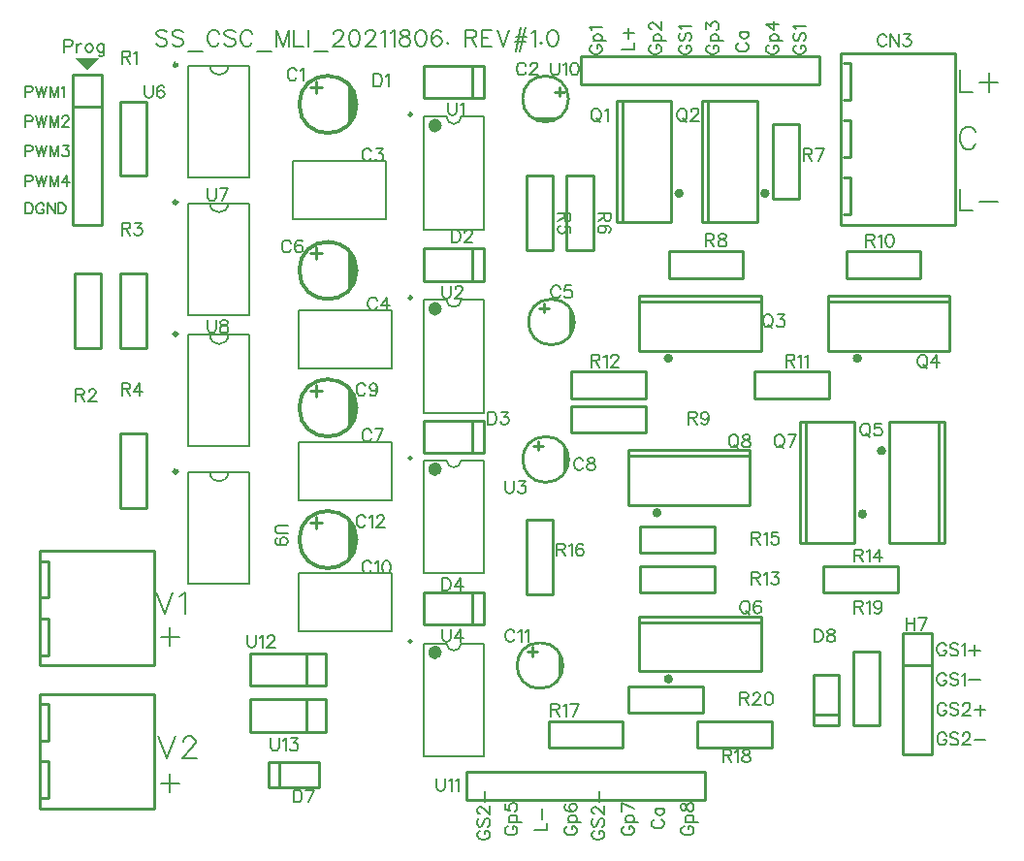
<source format=gto>
G04 Layer: TopSilkLayer*
G04 EasyEDA v6.4.19.5, 2021-06-18T19:10:14+05:00*
G04 1d45b033f9cb4702a4eeca8037af4c70,30c14f198de7496ba1d595c7c1278fea,10*
G04 Gerber Generator version 0.2*
G04 Scale: 100 percent, Rotated: No, Reflected: No *
G04 Dimensions in millimeters *
G04 leading zeros omitted , absolute positions ,4 integer and 5 decimal *
%FSLAX45Y45*%
%MOMM*%

%ADD10C,0.2540*%
%ADD31C,0.1524*%
%ADD32C,0.2000*%
%ADD33C,0.1778*%
%ADD34C,0.3000*%
%ADD35C,0.2500*%
%ADD36C,0.6000*%
%ADD37C,0.4000*%

%LPD*%
D32*
X-239951Y-639196D02*
G01*
X-239951Y-734446D01*
X-239951Y-639196D02*
G01*
X-199057Y-639196D01*
X-185341Y-643514D01*
X-181023Y-648086D01*
X-176451Y-657230D01*
X-176451Y-670946D01*
X-181023Y-680090D01*
X-185341Y-684662D01*
X-199057Y-688980D01*
X-239951Y-688980D01*
X-146479Y-639196D02*
G01*
X-123619Y-734446D01*
X-101013Y-639196D02*
G01*
X-123619Y-734446D01*
X-101013Y-639196D02*
G01*
X-78153Y-734446D01*
X-55547Y-639196D02*
G01*
X-78153Y-734446D01*
X-25575Y-639196D02*
G01*
X-25575Y-734446D01*
X-25575Y-639196D02*
G01*
X11000Y-734446D01*
X47322Y-639196D02*
G01*
X11000Y-734446D01*
X47322Y-639196D02*
G01*
X47322Y-734446D01*
X77294Y-657230D02*
G01*
X86438Y-652658D01*
X99900Y-639196D01*
X99900Y-734446D01*
X-239897Y-898972D02*
G01*
X-239897Y-994476D01*
X-239897Y-898972D02*
G01*
X-199003Y-898972D01*
X-185541Y-903544D01*
X-180969Y-908116D01*
X-176397Y-917260D01*
X-176397Y-930976D01*
X-180969Y-940120D01*
X-185541Y-944438D01*
X-199003Y-949010D01*
X-239897Y-949010D01*
X-146425Y-898972D02*
G01*
X-123565Y-994476D01*
X-100959Y-898972D02*
G01*
X-123565Y-994476D01*
X-100959Y-898972D02*
G01*
X-78099Y-994476D01*
X-55493Y-898972D02*
G01*
X-78099Y-994476D01*
X-25521Y-898972D02*
G01*
X-25521Y-994476D01*
X-25521Y-898972D02*
G01*
X10800Y-994476D01*
X47376Y-898972D02*
G01*
X10800Y-994476D01*
X47376Y-898972D02*
G01*
X47376Y-994476D01*
X81920Y-921832D02*
G01*
X81920Y-917260D01*
X86238Y-908116D01*
X90810Y-903544D01*
X99954Y-898972D01*
X118242Y-898972D01*
X127386Y-903544D01*
X131704Y-908116D01*
X136276Y-917260D01*
X136276Y-926404D01*
X131704Y-935548D01*
X122814Y-949010D01*
X77348Y-994476D01*
X140848Y-994476D01*
X-240029Y-1159002D02*
G01*
X-240029Y-1254505D01*
X-240029Y-1159002D02*
G01*
X-199136Y-1159002D01*
X-185420Y-1163573D01*
X-180847Y-1168145D01*
X-176276Y-1177289D01*
X-176276Y-1191005D01*
X-180847Y-1199895D01*
X-185420Y-1204468D01*
X-199136Y-1209039D01*
X-240029Y-1209039D01*
X-146304Y-1159002D02*
G01*
X-123697Y-1254505D01*
X-100837Y-1159002D02*
G01*
X-123697Y-1254505D01*
X-100837Y-1159002D02*
G01*
X-78231Y-1254505D01*
X-55371Y-1159002D02*
G01*
X-78231Y-1254505D01*
X-25400Y-1159002D02*
G01*
X-25400Y-1254505D01*
X-25400Y-1159002D02*
G01*
X10921Y-1254505D01*
X47244Y-1159002D02*
G01*
X10921Y-1254505D01*
X47244Y-1159002D02*
G01*
X47244Y-1254505D01*
X86360Y-1159002D02*
G01*
X136397Y-1159002D01*
X108965Y-1195578D01*
X122681Y-1195578D01*
X131826Y-1199895D01*
X136397Y-1204468D01*
X140970Y-1218184D01*
X140970Y-1227328D01*
X136397Y-1240789D01*
X127254Y-1249934D01*
X113537Y-1254505D01*
X100076Y-1254505D01*
X86360Y-1249934D01*
X81787Y-1245362D01*
X77215Y-1236471D01*
X-240029Y-1419097D02*
G01*
X-240029Y-1514602D01*
X-240029Y-1419097D02*
G01*
X-199136Y-1419097D01*
X-185420Y-1423670D01*
X-180847Y-1428242D01*
X-176276Y-1437386D01*
X-176276Y-1450847D01*
X-180847Y-1459992D01*
X-185420Y-1464563D01*
X-199136Y-1469136D01*
X-240029Y-1469136D01*
X-146304Y-1419097D02*
G01*
X-123697Y-1514602D01*
X-100837Y-1419097D02*
G01*
X-123697Y-1514602D01*
X-100837Y-1419097D02*
G01*
X-78231Y-1514602D01*
X-55371Y-1419097D02*
G01*
X-78231Y-1514602D01*
X-25400Y-1419097D02*
G01*
X-25400Y-1514602D01*
X-25400Y-1419097D02*
G01*
X10921Y-1514602D01*
X47244Y-1419097D02*
G01*
X10921Y-1514602D01*
X47244Y-1419097D02*
G01*
X47244Y-1514602D01*
X122681Y-1419097D02*
G01*
X77215Y-1482852D01*
X145542Y-1482852D01*
X122681Y-1419097D02*
G01*
X122681Y-1514602D01*
X-240029Y-1659128D02*
G01*
X-240029Y-1754631D01*
X-240029Y-1659128D02*
G01*
X-208279Y-1659128D01*
X-194563Y-1663700D01*
X-185420Y-1672844D01*
X-180847Y-1681734D01*
X-176276Y-1695450D01*
X-176276Y-1718310D01*
X-180847Y-1731771D01*
X-185420Y-1740915D01*
X-194563Y-1750060D01*
X-208279Y-1754631D01*
X-240029Y-1754631D01*
X-78231Y-1681734D02*
G01*
X-82804Y-1672844D01*
X-91694Y-1663700D01*
X-100837Y-1659128D01*
X-119126Y-1659128D01*
X-128270Y-1663700D01*
X-137160Y-1672844D01*
X-141731Y-1681734D01*
X-146304Y-1695450D01*
X-146304Y-1718310D01*
X-141731Y-1731771D01*
X-137160Y-1740915D01*
X-128270Y-1750060D01*
X-119126Y-1754631D01*
X-100837Y-1754631D01*
X-91694Y-1750060D01*
X-82804Y-1740915D01*
X-78231Y-1731771D01*
X-78231Y-1718310D01*
X-100837Y-1718310D02*
G01*
X-78231Y-1718310D01*
X-48260Y-1659128D02*
G01*
X-48260Y-1754631D01*
X-48260Y-1659128D02*
G01*
X15494Y-1754631D01*
X15494Y-1659128D02*
G01*
X15494Y-1754631D01*
X45465Y-1659128D02*
G01*
X45465Y-1754631D01*
X45465Y-1659128D02*
G01*
X77215Y-1659128D01*
X90931Y-1663700D01*
X100076Y-1672844D01*
X104647Y-1681734D01*
X108965Y-1695450D01*
X108965Y-1718310D01*
X104647Y-1731771D01*
X100076Y-1740915D01*
X90931Y-1750060D01*
X77215Y-1754631D01*
X45465Y-1754631D01*
X1021842Y-5365363D02*
G01*
X1021842Y-5529193D01*
X940054Y-5447151D02*
G01*
X1103629Y-5447151D01*
X1021842Y-6645363D02*
G01*
X1021842Y-6809193D01*
X940054Y-6727151D02*
G01*
X1103629Y-6727151D01*
X7919951Y-498165D02*
G01*
X7919951Y-689173D01*
X7919951Y-689173D02*
G01*
X8029171Y-689173D01*
X8170903Y-525343D02*
G01*
X8170903Y-689173D01*
X8089115Y-607385D02*
G01*
X8252691Y-607385D01*
X7919974Y-1538223D02*
G01*
X7919974Y-1728978D01*
X7919974Y-1728978D02*
G01*
X8029193Y-1728978D01*
X8089138Y-1647189D02*
G01*
X8252713Y-1647189D01*
X8056372Y-1043686D02*
G01*
X8047227Y-1025397D01*
X8029193Y-1007363D01*
X8010906Y-998220D01*
X7974584Y-998220D01*
X7956295Y-1007363D01*
X7938261Y-1025397D01*
X7929118Y-1043686D01*
X7919974Y-1070863D01*
X7919974Y-1116329D01*
X7929118Y-1143762D01*
X7938261Y-1161795D01*
X7956295Y-1180084D01*
X7974584Y-1188973D01*
X8010906Y-1188973D01*
X8029193Y-1180084D01*
X8047227Y-1161795D01*
X8056372Y-1143762D01*
D31*
X4710696Y-281998D02*
G01*
X4700282Y-287332D01*
X4689868Y-297746D01*
X4684788Y-308160D01*
X4684788Y-328734D01*
X4689868Y-339148D01*
X4700282Y-349562D01*
X4710696Y-354896D01*
X4726190Y-359976D01*
X4752098Y-359976D01*
X4767846Y-354896D01*
X4778260Y-349562D01*
X4788674Y-339148D01*
X4793754Y-328734D01*
X4793754Y-308160D01*
X4788674Y-297746D01*
X4778260Y-287332D01*
X4767846Y-281998D01*
X4752098Y-281998D01*
X4752098Y-308160D02*
G01*
X4752098Y-281998D01*
X4721110Y-247708D02*
G01*
X4830076Y-247708D01*
X4736604Y-247708D02*
G01*
X4726190Y-237294D01*
X4721110Y-226880D01*
X4721110Y-211386D01*
X4726190Y-200972D01*
X4736604Y-190558D01*
X4752098Y-185478D01*
X4762512Y-185478D01*
X4778260Y-190558D01*
X4788674Y-200972D01*
X4793754Y-211386D01*
X4793754Y-226880D01*
X4788674Y-237294D01*
X4778260Y-247708D01*
X4705362Y-151188D02*
G01*
X4700282Y-140774D01*
X4684788Y-125280D01*
X4793754Y-125280D01*
X5230766Y-281993D02*
G01*
X5220352Y-287327D01*
X5209938Y-297741D01*
X5204604Y-308155D01*
X5204604Y-328729D01*
X5209938Y-339143D01*
X5220352Y-349557D01*
X5230766Y-354891D01*
X5246260Y-359971D01*
X5272168Y-359971D01*
X5287916Y-354891D01*
X5298076Y-349557D01*
X5308490Y-339143D01*
X5313824Y-328729D01*
X5313824Y-308155D01*
X5308490Y-297741D01*
X5298076Y-287327D01*
X5287916Y-281993D01*
X5272168Y-281993D01*
X5272168Y-308155D02*
G01*
X5272168Y-281993D01*
X5240926Y-247703D02*
G01*
X5350146Y-247703D01*
X5256674Y-247703D02*
G01*
X5246260Y-237289D01*
X5240926Y-226875D01*
X5240926Y-211381D01*
X5246260Y-200967D01*
X5256674Y-190553D01*
X5272168Y-185473D01*
X5282582Y-185473D01*
X5298076Y-190553D01*
X5308490Y-200967D01*
X5313824Y-211381D01*
X5313824Y-226875D01*
X5308490Y-237289D01*
X5298076Y-247703D01*
X5230766Y-145849D02*
G01*
X5225432Y-145849D01*
X5215018Y-140769D01*
X5209938Y-135435D01*
X5204604Y-125275D01*
X5204604Y-104447D01*
X5209938Y-94033D01*
X5215018Y-88699D01*
X5225432Y-83619D01*
X5235846Y-83619D01*
X5246260Y-88699D01*
X5261754Y-99113D01*
X5313824Y-151183D01*
X5313824Y-78285D01*
X5730768Y-282122D02*
G01*
X5720354Y-287202D01*
X5709940Y-297616D01*
X5704606Y-308030D01*
X5704606Y-328858D01*
X5709940Y-339272D01*
X5720354Y-349686D01*
X5730768Y-354766D01*
X5746262Y-360100D01*
X5772170Y-360100D01*
X5787918Y-354766D01*
X5798078Y-349686D01*
X5808492Y-339272D01*
X5813826Y-328858D01*
X5813826Y-308030D01*
X5808492Y-297616D01*
X5798078Y-287202D01*
X5787918Y-282122D01*
X5772170Y-282122D01*
X5772170Y-308030D02*
G01*
X5772170Y-282122D01*
X5740928Y-247832D02*
G01*
X5850148Y-247832D01*
X5756676Y-247832D02*
G01*
X5746262Y-237418D01*
X5740928Y-227004D01*
X5740928Y-211510D01*
X5746262Y-201096D01*
X5756676Y-190682D01*
X5772170Y-185348D01*
X5782584Y-185348D01*
X5798078Y-190682D01*
X5808492Y-201096D01*
X5813826Y-211510D01*
X5813826Y-227004D01*
X5808492Y-237418D01*
X5798078Y-247832D01*
X5704606Y-140644D02*
G01*
X5704606Y-83494D01*
X5746262Y-114736D01*
X5746262Y-99242D01*
X5751342Y-88828D01*
X5756676Y-83494D01*
X5772170Y-78414D01*
X5782584Y-78414D01*
X5798078Y-83494D01*
X5808492Y-93908D01*
X5813826Y-109656D01*
X5813826Y-125150D01*
X5808492Y-140644D01*
X5803412Y-145978D01*
X5792998Y-151058D01*
X6250767Y-282183D02*
G01*
X6240353Y-287263D01*
X6229939Y-297677D01*
X6224605Y-308091D01*
X6224605Y-328919D01*
X6229939Y-339333D01*
X6240353Y-349493D01*
X6250767Y-354827D01*
X6266261Y-359907D01*
X6292169Y-359907D01*
X6307917Y-354827D01*
X6318077Y-349493D01*
X6328491Y-339333D01*
X6333825Y-328919D01*
X6333825Y-308091D01*
X6328491Y-297677D01*
X6318077Y-287263D01*
X6307917Y-282183D01*
X6292169Y-282183D01*
X6292169Y-308091D02*
G01*
X6292169Y-282183D01*
X6260927Y-247893D02*
G01*
X6370147Y-247893D01*
X6276675Y-247893D02*
G01*
X6266261Y-237479D01*
X6260927Y-227065D01*
X6260927Y-211317D01*
X6266261Y-200903D01*
X6276675Y-190743D01*
X6292169Y-185409D01*
X6302583Y-185409D01*
X6318077Y-190743D01*
X6328491Y-200903D01*
X6333825Y-211317D01*
X6333825Y-227065D01*
X6328491Y-237479D01*
X6318077Y-247893D01*
X6224605Y-99303D02*
G01*
X6297503Y-151119D01*
X6297503Y-73141D01*
X6224605Y-99303D02*
G01*
X6333825Y-99303D01*
X4964605Y-320001D02*
G01*
X5073825Y-320001D01*
X5073825Y-320001D02*
G01*
X5073825Y-257771D01*
X4980353Y-176491D02*
G01*
X5073825Y-176491D01*
X5027089Y-223481D02*
G01*
X5027089Y-129755D01*
X5490768Y-282153D02*
G01*
X5480354Y-287233D01*
X5469940Y-297647D01*
X5464606Y-308061D01*
X5464606Y-328889D01*
X5469940Y-339303D01*
X5480354Y-349717D01*
X5490768Y-354797D01*
X5506262Y-359877D01*
X5532170Y-359877D01*
X5547918Y-354797D01*
X5558078Y-349717D01*
X5568492Y-339303D01*
X5573826Y-328889D01*
X5573826Y-308061D01*
X5568492Y-297647D01*
X5558078Y-287233D01*
X5547918Y-282153D01*
X5532170Y-282153D01*
X5532170Y-308061D02*
G01*
X5532170Y-282153D01*
X5480354Y-174965D02*
G01*
X5469940Y-185379D01*
X5464606Y-201127D01*
X5464606Y-221701D01*
X5469940Y-237449D01*
X5480354Y-247863D01*
X5490768Y-247863D01*
X5500928Y-242529D01*
X5506262Y-237449D01*
X5511342Y-227035D01*
X5521756Y-195793D01*
X5527090Y-185379D01*
X5532170Y-180299D01*
X5542584Y-174965D01*
X5558078Y-174965D01*
X5568492Y-185379D01*
X5573826Y-201127D01*
X5573826Y-221701D01*
X5568492Y-237449D01*
X5558078Y-247863D01*
X5485434Y-140675D02*
G01*
X5480354Y-130261D01*
X5464606Y-114767D01*
X5573826Y-114767D01*
X5990701Y-262026D02*
G01*
X5980287Y-267360D01*
X5969873Y-277774D01*
X5964539Y-287934D01*
X5964539Y-308762D01*
X5969873Y-319176D01*
X5980287Y-329590D01*
X5990701Y-334924D01*
X6006195Y-340004D01*
X6032103Y-340004D01*
X6047851Y-334924D01*
X6058265Y-329590D01*
X6068679Y-319176D01*
X6073759Y-308762D01*
X6073759Y-287934D01*
X6068679Y-277774D01*
X6058265Y-267360D01*
X6047851Y-262026D01*
X6001115Y-165506D02*
G01*
X6073759Y-165506D01*
X6016609Y-165506D02*
G01*
X6006195Y-175920D01*
X6001115Y-186334D01*
X6001115Y-201828D01*
X6006195Y-212242D01*
X6016609Y-222656D01*
X6032103Y-227736D01*
X6042517Y-227736D01*
X6058265Y-222656D01*
X6068679Y-212242D01*
X6073759Y-201828D01*
X6073759Y-186334D01*
X6068679Y-175920D01*
X6058265Y-165506D01*
X6490769Y-282153D02*
G01*
X6480355Y-287233D01*
X6469941Y-297647D01*
X6464607Y-308061D01*
X6464607Y-328889D01*
X6469941Y-339303D01*
X6480355Y-349717D01*
X6490769Y-354797D01*
X6506263Y-359877D01*
X6532171Y-359877D01*
X6547919Y-354797D01*
X6558079Y-349717D01*
X6568493Y-339303D01*
X6573827Y-328889D01*
X6573827Y-308061D01*
X6568493Y-297647D01*
X6558079Y-287233D01*
X6547919Y-282153D01*
X6532171Y-282153D01*
X6532171Y-308061D02*
G01*
X6532171Y-282153D01*
X6480355Y-174965D02*
G01*
X6469941Y-185379D01*
X6464607Y-201127D01*
X6464607Y-221701D01*
X6469941Y-237449D01*
X6480355Y-247863D01*
X6490769Y-247863D01*
X6500929Y-242529D01*
X6506263Y-237449D01*
X6511343Y-227035D01*
X6521757Y-195793D01*
X6527091Y-185379D01*
X6532171Y-180299D01*
X6542585Y-174965D01*
X6558079Y-174965D01*
X6568493Y-185379D01*
X6573827Y-201127D01*
X6573827Y-221701D01*
X6568493Y-237449D01*
X6558079Y-247863D01*
X6485435Y-140675D02*
G01*
X6480355Y-130261D01*
X6464607Y-114767D01*
X6573827Y-114767D01*
X5510664Y-7102091D02*
G01*
X5500250Y-7107171D01*
X5489836Y-7117585D01*
X5484756Y-7127999D01*
X5484756Y-7148827D01*
X5489836Y-7159241D01*
X5500250Y-7169655D01*
X5510664Y-7174735D01*
X5526158Y-7180069D01*
X5552320Y-7180069D01*
X5567814Y-7174735D01*
X5578228Y-7169655D01*
X5588642Y-7159241D01*
X5593722Y-7148827D01*
X5593722Y-7127999D01*
X5588642Y-7117585D01*
X5578228Y-7107171D01*
X5567814Y-7102091D01*
X5552320Y-7102091D01*
X5552320Y-7127999D02*
G01*
X5552320Y-7102091D01*
X5521078Y-7067801D02*
G01*
X5630044Y-7067801D01*
X5536572Y-7067801D02*
G01*
X5526158Y-7057387D01*
X5521078Y-7046973D01*
X5521078Y-7031479D01*
X5526158Y-7021065D01*
X5536572Y-7010651D01*
X5552320Y-7005317D01*
X5562480Y-7005317D01*
X5578228Y-7010651D01*
X5588642Y-7021065D01*
X5593722Y-7031479D01*
X5593722Y-7046973D01*
X5588642Y-7057387D01*
X5578228Y-7067801D01*
X5484756Y-6945119D02*
G01*
X5489836Y-6960867D01*
X5500250Y-6965947D01*
X5510664Y-6965947D01*
X5521078Y-6960867D01*
X5526158Y-6950453D01*
X5531492Y-6929625D01*
X5536572Y-6913877D01*
X5546986Y-6903717D01*
X5557400Y-6898383D01*
X5572894Y-6898383D01*
X5583308Y-6903717D01*
X5588642Y-6908797D01*
X5593722Y-6924291D01*
X5593722Y-6945119D01*
X5588642Y-6960867D01*
X5583308Y-6965947D01*
X5572894Y-6971027D01*
X5557400Y-6971027D01*
X5546986Y-6965947D01*
X5536572Y-6955533D01*
X5531492Y-6940039D01*
X5526158Y-6919211D01*
X5521078Y-6908797D01*
X5510664Y-6903717D01*
X5500250Y-6903717D01*
X5489836Y-6908797D01*
X5484756Y-6924291D01*
X5484756Y-6945119D01*
X4990663Y-7102027D02*
G01*
X4980249Y-7107361D01*
X4969835Y-7117775D01*
X4964755Y-7127935D01*
X4964755Y-7148763D01*
X4969835Y-7159177D01*
X4980249Y-7169591D01*
X4990663Y-7174925D01*
X5006157Y-7180005D01*
X5032319Y-7180005D01*
X5047813Y-7174925D01*
X5058227Y-7169591D01*
X5068641Y-7159177D01*
X5073721Y-7148763D01*
X5073721Y-7127935D01*
X5068641Y-7117775D01*
X5058227Y-7107361D01*
X5047813Y-7102027D01*
X5032319Y-7102027D01*
X5032319Y-7127935D02*
G01*
X5032319Y-7102027D01*
X5001077Y-7067737D02*
G01*
X5110043Y-7067737D01*
X5016571Y-7067737D02*
G01*
X5006157Y-7057323D01*
X5001077Y-7046909D01*
X5001077Y-7031415D01*
X5006157Y-7021001D01*
X5016571Y-7010587D01*
X5032319Y-7005507D01*
X5042479Y-7005507D01*
X5058227Y-7010587D01*
X5068641Y-7021001D01*
X5073721Y-7031415D01*
X5073721Y-7046909D01*
X5068641Y-7057323D01*
X5058227Y-7067737D01*
X4964755Y-6898319D02*
G01*
X5073721Y-6950389D01*
X4964755Y-6971217D02*
G01*
X4964755Y-6898319D01*
X4490664Y-7102154D02*
G01*
X4480250Y-7107234D01*
X4469836Y-7117648D01*
X4464756Y-7128062D01*
X4464756Y-7148890D01*
X4469836Y-7159304D01*
X4480250Y-7169718D01*
X4490664Y-7174798D01*
X4506158Y-7179878D01*
X4532320Y-7179878D01*
X4547814Y-7174798D01*
X4558228Y-7169718D01*
X4568642Y-7159304D01*
X4573722Y-7148890D01*
X4573722Y-7128062D01*
X4568642Y-7117648D01*
X4558228Y-7107234D01*
X4547814Y-7102154D01*
X4532320Y-7102154D01*
X4532320Y-7128062D02*
G01*
X4532320Y-7102154D01*
X4501078Y-7067864D02*
G01*
X4610044Y-7067864D01*
X4516572Y-7067864D02*
G01*
X4506158Y-7057450D01*
X4501078Y-7047036D01*
X4501078Y-7031288D01*
X4506158Y-7021128D01*
X4516572Y-7010714D01*
X4532320Y-7005380D01*
X4542480Y-7005380D01*
X4558228Y-7010714D01*
X4568642Y-7021128D01*
X4573722Y-7031288D01*
X4573722Y-7047036D01*
X4568642Y-7057450D01*
X4558228Y-7067864D01*
X4480250Y-6908860D02*
G01*
X4469836Y-6913940D01*
X4464756Y-6929688D01*
X4464756Y-6939848D01*
X4469836Y-6955596D01*
X4485330Y-6966010D01*
X4511492Y-6971090D01*
X4537400Y-6971090D01*
X4558228Y-6966010D01*
X4568642Y-6955596D01*
X4573722Y-6939848D01*
X4573722Y-6934768D01*
X4568642Y-6919274D01*
X4558228Y-6908860D01*
X4542480Y-6903526D01*
X4537400Y-6903526D01*
X4521906Y-6908860D01*
X4511492Y-6919274D01*
X4506158Y-6934768D01*
X4506158Y-6939848D01*
X4511492Y-6955596D01*
X4521906Y-6966010D01*
X4537400Y-6971090D01*
X3970662Y-7102091D02*
G01*
X3960248Y-7107171D01*
X3949834Y-7117585D01*
X3944754Y-7127999D01*
X3944754Y-7148827D01*
X3949834Y-7159241D01*
X3960248Y-7169655D01*
X3970662Y-7174735D01*
X3986156Y-7180069D01*
X4012318Y-7180069D01*
X4027812Y-7174735D01*
X4038226Y-7169655D01*
X4048640Y-7159241D01*
X4053720Y-7148827D01*
X4053720Y-7127999D01*
X4048640Y-7117585D01*
X4038226Y-7107171D01*
X4027812Y-7102091D01*
X4012318Y-7102091D01*
X4012318Y-7127999D02*
G01*
X4012318Y-7102091D01*
X3981076Y-7067801D02*
G01*
X4090042Y-7067801D01*
X3996570Y-7067801D02*
G01*
X3986156Y-7057387D01*
X3981076Y-7046973D01*
X3981076Y-7031479D01*
X3986156Y-7021065D01*
X3996570Y-7010651D01*
X4012318Y-7005317D01*
X4022478Y-7005317D01*
X4038226Y-7010651D01*
X4048640Y-7021065D01*
X4053720Y-7031479D01*
X4053720Y-7046973D01*
X4048640Y-7057387D01*
X4038226Y-7067801D01*
X3944754Y-6908797D02*
G01*
X3944754Y-6960867D01*
X3991490Y-6965947D01*
X3986156Y-6960867D01*
X3981076Y-6945119D01*
X3981076Y-6929625D01*
X3986156Y-6913877D01*
X3996570Y-6903717D01*
X4012318Y-6898383D01*
X4022478Y-6898383D01*
X4038226Y-6903717D01*
X4048640Y-6913877D01*
X4053720Y-6929625D01*
X4053720Y-6945119D01*
X4048640Y-6960867D01*
X4043306Y-6965947D01*
X4032892Y-6971027D01*
X5250748Y-7042063D02*
G01*
X5240334Y-7047143D01*
X5229920Y-7057557D01*
X5224586Y-7067971D01*
X5224586Y-7088799D01*
X5229920Y-7099213D01*
X5240334Y-7109627D01*
X5250748Y-7114707D01*
X5266242Y-7120041D01*
X5292150Y-7120041D01*
X5307898Y-7114707D01*
X5318058Y-7109627D01*
X5328472Y-7099213D01*
X5333806Y-7088799D01*
X5333806Y-7067971D01*
X5328472Y-7057557D01*
X5318058Y-7047143D01*
X5307898Y-7042063D01*
X5260908Y-6945543D02*
G01*
X5333806Y-6945543D01*
X5276656Y-6945543D02*
G01*
X5266242Y-6955703D01*
X5260908Y-6966117D01*
X5260908Y-6981865D01*
X5266242Y-6992279D01*
X5276656Y-7002693D01*
X5292150Y-7007773D01*
X5302564Y-7007773D01*
X5318058Y-7002693D01*
X5328472Y-6992279D01*
X5333806Y-6981865D01*
X5333806Y-6966117D01*
X5328472Y-6955703D01*
X5318058Y-6945543D01*
X4730617Y-7142002D02*
G01*
X4720203Y-7147336D01*
X4709789Y-7157750D01*
X4704709Y-7168164D01*
X4704709Y-7188738D01*
X4709789Y-7199152D01*
X4720203Y-7209566D01*
X4730617Y-7214900D01*
X4746111Y-7219980D01*
X4772273Y-7219980D01*
X4787767Y-7214900D01*
X4798181Y-7209566D01*
X4808595Y-7199152D01*
X4813675Y-7188738D01*
X4813675Y-7168164D01*
X4808595Y-7157750D01*
X4798181Y-7147336D01*
X4787767Y-7142002D01*
X4772273Y-7142002D01*
X4772273Y-7168164D02*
G01*
X4772273Y-7142002D01*
X4720203Y-7035068D02*
G01*
X4709789Y-7045482D01*
X4704709Y-7060976D01*
X4704709Y-7081804D01*
X4709789Y-7097298D01*
X4720203Y-7107712D01*
X4730617Y-7107712D01*
X4741031Y-7102632D01*
X4746111Y-7097298D01*
X4751445Y-7086884D01*
X4761859Y-7055896D01*
X4766939Y-7045482D01*
X4772273Y-7040148D01*
X4782687Y-7035068D01*
X4798181Y-7035068D01*
X4808595Y-7045482D01*
X4813675Y-7060976D01*
X4813675Y-7081804D01*
X4808595Y-7097298D01*
X4798181Y-7107712D01*
X4730617Y-6995444D02*
G01*
X4725537Y-6995444D01*
X4715123Y-6990364D01*
X4709789Y-6985284D01*
X4704709Y-6974870D01*
X4704709Y-6954042D01*
X4709789Y-6943628D01*
X4715123Y-6938294D01*
X4725537Y-6933214D01*
X4735951Y-6933214D01*
X4746111Y-6938294D01*
X4761859Y-6948708D01*
X4813675Y-7000778D01*
X4813675Y-6928134D01*
X4766939Y-6893844D02*
G01*
X4766939Y-6800118D01*
X4204708Y-7139917D02*
G01*
X4313674Y-7139917D01*
X4313674Y-7139917D02*
G01*
X4313674Y-7077687D01*
X4266938Y-7043397D02*
G01*
X4266938Y-6949925D01*
X3730617Y-7141999D02*
G01*
X3720203Y-7147333D01*
X3709789Y-7157747D01*
X3704709Y-7168161D01*
X3704709Y-7188735D01*
X3709789Y-7199149D01*
X3720203Y-7209563D01*
X3730617Y-7214897D01*
X3746111Y-7219977D01*
X3772273Y-7219977D01*
X3787767Y-7214897D01*
X3798181Y-7209563D01*
X3808595Y-7199149D01*
X3813675Y-7188735D01*
X3813675Y-7168161D01*
X3808595Y-7157747D01*
X3798181Y-7147333D01*
X3787767Y-7141999D01*
X3772273Y-7141999D01*
X3772273Y-7168161D02*
G01*
X3772273Y-7141999D01*
X3720203Y-7035065D02*
G01*
X3709789Y-7045479D01*
X3704709Y-7060973D01*
X3704709Y-7081801D01*
X3709789Y-7097295D01*
X3720203Y-7107709D01*
X3730617Y-7107709D01*
X3741031Y-7102629D01*
X3746111Y-7097295D01*
X3751445Y-7086881D01*
X3761859Y-7055893D01*
X3766939Y-7045479D01*
X3772273Y-7040145D01*
X3782687Y-7035065D01*
X3798181Y-7035065D01*
X3808595Y-7045479D01*
X3813675Y-7060973D01*
X3813675Y-7081801D01*
X3808595Y-7097295D01*
X3798181Y-7107709D01*
X3730617Y-6995441D02*
G01*
X3725537Y-6995441D01*
X3715123Y-6990361D01*
X3709789Y-6985281D01*
X3704709Y-6974867D01*
X3704709Y-6954039D01*
X3709789Y-6943625D01*
X3715123Y-6938291D01*
X3725537Y-6933211D01*
X3735951Y-6933211D01*
X3746111Y-6938291D01*
X3761859Y-6948705D01*
X3813675Y-7000775D01*
X3813675Y-6928131D01*
X3766939Y-6893841D02*
G01*
X3766939Y-6800115D01*
X7798041Y-5530550D02*
G01*
X7792707Y-5520136D01*
X7782293Y-5509976D01*
X7771879Y-5504642D01*
X7751051Y-5504642D01*
X7740891Y-5509976D01*
X7730477Y-5520136D01*
X7725143Y-5530550D01*
X7720063Y-5546298D01*
X7720063Y-5572206D01*
X7725143Y-5587700D01*
X7730477Y-5598114D01*
X7740891Y-5608528D01*
X7751051Y-5613862D01*
X7771879Y-5613862D01*
X7782293Y-5608528D01*
X7792707Y-5598114D01*
X7798041Y-5587700D01*
X7798041Y-5572206D01*
X7771879Y-5572206D02*
G01*
X7798041Y-5572206D01*
X7904975Y-5520136D02*
G01*
X7894561Y-5509976D01*
X7879067Y-5504642D01*
X7858239Y-5504642D01*
X7842491Y-5509976D01*
X7832331Y-5520136D01*
X7832331Y-5530550D01*
X7837411Y-5540964D01*
X7842491Y-5546298D01*
X7852905Y-5551378D01*
X7884147Y-5561792D01*
X7894561Y-5567126D01*
X7899641Y-5572206D01*
X7904975Y-5582620D01*
X7904975Y-5598114D01*
X7894561Y-5608528D01*
X7879067Y-5613862D01*
X7858239Y-5613862D01*
X7842491Y-5608528D01*
X7832331Y-5598114D01*
X7939265Y-5525470D02*
G01*
X7949679Y-5520136D01*
X7965173Y-5504642D01*
X7965173Y-5613862D01*
X8046199Y-5520136D02*
G01*
X8046199Y-5613862D01*
X7999463Y-5567126D02*
G01*
X8092935Y-5567126D01*
X7797982Y-5790625D02*
G01*
X7792648Y-5780211D01*
X7782234Y-5769797D01*
X7772074Y-5764717D01*
X7751246Y-5764717D01*
X7740832Y-5769797D01*
X7730418Y-5780211D01*
X7725084Y-5790625D01*
X7720004Y-5806119D01*
X7720004Y-5832281D01*
X7725084Y-5847775D01*
X7730418Y-5858189D01*
X7740832Y-5868603D01*
X7751246Y-5873683D01*
X7772074Y-5873683D01*
X7782234Y-5868603D01*
X7792648Y-5858189D01*
X7797982Y-5847775D01*
X7797982Y-5832281D01*
X7772074Y-5832281D02*
G01*
X7797982Y-5832281D01*
X7904916Y-5780211D02*
G01*
X7894502Y-5769797D01*
X7879008Y-5764717D01*
X7858180Y-5764717D01*
X7842686Y-5769797D01*
X7832272Y-5780211D01*
X7832272Y-5790625D01*
X7837352Y-5801039D01*
X7842686Y-5806119D01*
X7853100Y-5811453D01*
X7884088Y-5821867D01*
X7894502Y-5826947D01*
X7899836Y-5832281D01*
X7904916Y-5842695D01*
X7904916Y-5858189D01*
X7894502Y-5868603D01*
X7879008Y-5873683D01*
X7858180Y-5873683D01*
X7842686Y-5868603D01*
X7832272Y-5858189D01*
X7939206Y-5785545D02*
G01*
X7949620Y-5780211D01*
X7965114Y-5764717D01*
X7965114Y-5873683D01*
X7999404Y-5826947D02*
G01*
X8093130Y-5826947D01*
X7797850Y-6050655D02*
G01*
X7792770Y-6040241D01*
X7782356Y-6029827D01*
X7771942Y-6024747D01*
X7751114Y-6024747D01*
X7740700Y-6029827D01*
X7730286Y-6040241D01*
X7725206Y-6050655D01*
X7720126Y-6066149D01*
X7720126Y-6092311D01*
X7725206Y-6107805D01*
X7730286Y-6118219D01*
X7740700Y-6128633D01*
X7751114Y-6133713D01*
X7771942Y-6133713D01*
X7782356Y-6128633D01*
X7792770Y-6118219D01*
X7797850Y-6107805D01*
X7797850Y-6092311D01*
X7771942Y-6092311D02*
G01*
X7797850Y-6092311D01*
X7905038Y-6040241D02*
G01*
X7894624Y-6029827D01*
X7878876Y-6024747D01*
X7858302Y-6024747D01*
X7842554Y-6029827D01*
X7832140Y-6040241D01*
X7832140Y-6050655D01*
X7837474Y-6061069D01*
X7842554Y-6066149D01*
X7852968Y-6071483D01*
X7884210Y-6081897D01*
X7894624Y-6086977D01*
X7899704Y-6092311D01*
X7905038Y-6102471D01*
X7905038Y-6118219D01*
X7894624Y-6128633D01*
X7878876Y-6133713D01*
X7858302Y-6133713D01*
X7842554Y-6128633D01*
X7832140Y-6118219D01*
X7944408Y-6050655D02*
G01*
X7944408Y-6045321D01*
X7949742Y-6035161D01*
X7954822Y-6029827D01*
X7965236Y-6024747D01*
X7986064Y-6024747D01*
X7996478Y-6029827D01*
X8001558Y-6035161D01*
X8006892Y-6045321D01*
X8006892Y-6055735D01*
X8001558Y-6066149D01*
X7991144Y-6081897D01*
X7939328Y-6133713D01*
X8011972Y-6133713D01*
X8092998Y-6040241D02*
G01*
X8092998Y-6133713D01*
X8046262Y-6086977D02*
G01*
X8139734Y-6086977D01*
X7797850Y-6310619D02*
G01*
X7792770Y-6300205D01*
X7782356Y-6289791D01*
X7771942Y-6284711D01*
X7751114Y-6284711D01*
X7740700Y-6289791D01*
X7730286Y-6300205D01*
X7725206Y-6310619D01*
X7720126Y-6326113D01*
X7720126Y-6352275D01*
X7725206Y-6367769D01*
X7730286Y-6378183D01*
X7740700Y-6388597D01*
X7751114Y-6393677D01*
X7771942Y-6393677D01*
X7782356Y-6388597D01*
X7792770Y-6378183D01*
X7797850Y-6367769D01*
X7797850Y-6352275D01*
X7771942Y-6352275D02*
G01*
X7797850Y-6352275D01*
X7905038Y-6300205D02*
G01*
X7894624Y-6289791D01*
X7878876Y-6284711D01*
X7858302Y-6284711D01*
X7842554Y-6289791D01*
X7832140Y-6300205D01*
X7832140Y-6310619D01*
X7837474Y-6321033D01*
X7842554Y-6326113D01*
X7852968Y-6331447D01*
X7884210Y-6341861D01*
X7894624Y-6346941D01*
X7899704Y-6352275D01*
X7905038Y-6362689D01*
X7905038Y-6378183D01*
X7894624Y-6388597D01*
X7878876Y-6393677D01*
X7858302Y-6393677D01*
X7842554Y-6388597D01*
X7832140Y-6378183D01*
X7944408Y-6310619D02*
G01*
X7944408Y-6305539D01*
X7949742Y-6295125D01*
X7954822Y-6289791D01*
X7965236Y-6284711D01*
X7986064Y-6284711D01*
X7996478Y-6289791D01*
X8001558Y-6295125D01*
X8006892Y-6305539D01*
X8006892Y-6315953D01*
X8001558Y-6326113D01*
X7991144Y-6341861D01*
X7939328Y-6393677D01*
X8011972Y-6393677D01*
X8046262Y-6346941D02*
G01*
X8139734Y-6346941D01*
X99888Y-234695D02*
G01*
X99888Y-343662D01*
X99888Y-234695D02*
G01*
X146878Y-234695D01*
X162372Y-239776D01*
X167452Y-245110D01*
X172786Y-255523D01*
X172786Y-271018D01*
X167452Y-281431D01*
X162372Y-286512D01*
X146878Y-291845D01*
X99888Y-291845D01*
X207076Y-271018D02*
G01*
X207076Y-343662D01*
X207076Y-302260D02*
G01*
X212156Y-286512D01*
X222570Y-276097D01*
X232984Y-271018D01*
X248478Y-271018D01*
X308930Y-271018D02*
G01*
X298516Y-276097D01*
X288102Y-286512D01*
X282768Y-302260D01*
X282768Y-312673D01*
X288102Y-328168D01*
X298516Y-338581D01*
X308930Y-343662D01*
X324424Y-343662D01*
X334838Y-338581D01*
X345252Y-328168D01*
X350332Y-312673D01*
X350332Y-302260D01*
X345252Y-286512D01*
X334838Y-276097D01*
X324424Y-271018D01*
X308930Y-271018D01*
X447106Y-271018D02*
G01*
X447106Y-354076D01*
X441772Y-369823D01*
X436692Y-374904D01*
X426278Y-380237D01*
X410784Y-380237D01*
X400370Y-374904D01*
X447106Y-286512D02*
G01*
X436692Y-276097D01*
X426278Y-271018D01*
X410784Y-271018D01*
X400370Y-276097D01*
X389956Y-286512D01*
X384622Y-302260D01*
X384622Y-312673D01*
X389956Y-328168D01*
X400370Y-338581D01*
X410784Y-343662D01*
X426278Y-343662D01*
X436692Y-338581D01*
X447106Y-328168D01*
X995540Y-169202D02*
G01*
X981824Y-155486D01*
X961250Y-148628D01*
X934072Y-148628D01*
X913752Y-155486D01*
X900036Y-169202D01*
X900036Y-182664D01*
X906894Y-196380D01*
X913752Y-203238D01*
X927214Y-210096D01*
X968108Y-223558D01*
X981824Y-230416D01*
X988682Y-237274D01*
X995540Y-250990D01*
X995540Y-271310D01*
X981824Y-285026D01*
X961250Y-291884D01*
X934072Y-291884D01*
X913752Y-285026D01*
X900036Y-271310D01*
X1136002Y-169202D02*
G01*
X1122286Y-155486D01*
X1101712Y-148628D01*
X1074534Y-148628D01*
X1054214Y-155486D01*
X1040498Y-169202D01*
X1040498Y-182664D01*
X1047356Y-196380D01*
X1054214Y-203238D01*
X1067676Y-210096D01*
X1108570Y-223558D01*
X1122286Y-230416D01*
X1129144Y-237274D01*
X1136002Y-250990D01*
X1136002Y-271310D01*
X1122286Y-285026D01*
X1101712Y-291884D01*
X1074534Y-291884D01*
X1054214Y-285026D01*
X1040498Y-271310D01*
X1180960Y-339636D02*
G01*
X1303642Y-339636D01*
X1450962Y-182664D02*
G01*
X1444104Y-169202D01*
X1430388Y-155486D01*
X1416926Y-148628D01*
X1389494Y-148628D01*
X1376032Y-155486D01*
X1362316Y-169202D01*
X1355458Y-182664D01*
X1348600Y-203238D01*
X1348600Y-237274D01*
X1355458Y-257848D01*
X1362316Y-271310D01*
X1376032Y-285026D01*
X1389494Y-291884D01*
X1416926Y-291884D01*
X1430388Y-285026D01*
X1444104Y-271310D01*
X1450962Y-257848D01*
X1591424Y-169202D02*
G01*
X1577708Y-155486D01*
X1557388Y-148628D01*
X1529956Y-148628D01*
X1509636Y-155486D01*
X1495920Y-169202D01*
X1495920Y-182664D01*
X1502778Y-196380D01*
X1509636Y-203238D01*
X1523098Y-210096D01*
X1563992Y-223558D01*
X1577708Y-230416D01*
X1584566Y-237274D01*
X1591424Y-250990D01*
X1591424Y-271310D01*
X1577708Y-285026D01*
X1557388Y-291884D01*
X1529956Y-291884D01*
X1509636Y-285026D01*
X1495920Y-271310D01*
X1738744Y-182664D02*
G01*
X1731886Y-169202D01*
X1718170Y-155486D01*
X1704454Y-148628D01*
X1677276Y-148628D01*
X1663560Y-155486D01*
X1650098Y-169202D01*
X1643240Y-182664D01*
X1636382Y-203238D01*
X1636382Y-237274D01*
X1643240Y-257848D01*
X1650098Y-271310D01*
X1663560Y-285026D01*
X1677276Y-291884D01*
X1704454Y-291884D01*
X1718170Y-285026D01*
X1731886Y-271310D01*
X1738744Y-257848D01*
X1783702Y-339636D02*
G01*
X1906384Y-339636D01*
X1951342Y-148628D02*
G01*
X1951342Y-291884D01*
X1951342Y-148628D02*
G01*
X2005952Y-291884D01*
X2060562Y-148628D02*
G01*
X2005952Y-291884D01*
X2060562Y-148628D02*
G01*
X2060562Y-291884D01*
X2105520Y-148628D02*
G01*
X2105520Y-291884D01*
X2105520Y-291884D02*
G01*
X2187308Y-291884D01*
X2232266Y-148628D02*
G01*
X2232266Y-291884D01*
X2277224Y-339636D02*
G01*
X2399906Y-339636D01*
X2451722Y-182664D02*
G01*
X2451722Y-175806D01*
X2458580Y-162344D01*
X2465438Y-155486D01*
X2479154Y-148628D01*
X2506332Y-148628D01*
X2520048Y-155486D01*
X2526906Y-162344D01*
X2533510Y-175806D01*
X2533510Y-189522D01*
X2526906Y-203238D01*
X2513190Y-223558D01*
X2445118Y-291884D01*
X2540368Y-291884D01*
X2626474Y-148628D02*
G01*
X2605900Y-155486D01*
X2592184Y-175806D01*
X2585580Y-210096D01*
X2585580Y-230416D01*
X2592184Y-264452D01*
X2605900Y-285026D01*
X2626474Y-291884D01*
X2639936Y-291884D01*
X2660510Y-285026D01*
X2673972Y-264452D01*
X2680830Y-230416D01*
X2680830Y-210096D01*
X2673972Y-175806D01*
X2660510Y-155486D01*
X2639936Y-148628D01*
X2626474Y-148628D01*
X2732646Y-182664D02*
G01*
X2732646Y-175806D01*
X2739504Y-162344D01*
X2746362Y-155486D01*
X2760078Y-148628D01*
X2787256Y-148628D01*
X2800972Y-155486D01*
X2807830Y-162344D01*
X2814434Y-175806D01*
X2814434Y-189522D01*
X2807830Y-203238D01*
X2794114Y-223558D01*
X2725788Y-291884D01*
X2821292Y-291884D01*
X2866250Y-175806D02*
G01*
X2879966Y-169202D01*
X2900540Y-148628D01*
X2900540Y-291884D01*
X2945498Y-175806D02*
G01*
X2959214Y-169202D01*
X2979534Y-148628D01*
X2979534Y-291884D01*
X3058528Y-148628D02*
G01*
X3038208Y-155486D01*
X3031350Y-169202D01*
X3031350Y-182664D01*
X3038208Y-196380D01*
X3051924Y-203238D01*
X3079102Y-210096D01*
X3099422Y-216700D01*
X3113138Y-230416D01*
X3119996Y-244132D01*
X3119996Y-264452D01*
X3113138Y-278168D01*
X3106280Y-285026D01*
X3085960Y-291884D01*
X3058528Y-291884D01*
X3038208Y-285026D01*
X3031350Y-278168D01*
X3024492Y-264452D01*
X3024492Y-244132D01*
X3031350Y-230416D01*
X3045066Y-216700D01*
X3065386Y-210096D01*
X3092818Y-203238D01*
X3106280Y-196380D01*
X3113138Y-182664D01*
X3113138Y-169202D01*
X3106280Y-155486D01*
X3085960Y-148628D01*
X3058528Y-148628D01*
X3205848Y-148628D02*
G01*
X3185528Y-155486D01*
X3171812Y-175806D01*
X3164954Y-210096D01*
X3164954Y-230416D01*
X3171812Y-264452D01*
X3185528Y-285026D01*
X3205848Y-291884D01*
X3219564Y-291884D01*
X3239884Y-285026D01*
X3253600Y-264452D01*
X3260458Y-230416D01*
X3260458Y-210096D01*
X3253600Y-175806D01*
X3239884Y-155486D01*
X3219564Y-148628D01*
X3205848Y-148628D01*
X3387204Y-169202D02*
G01*
X3380346Y-155486D01*
X3360026Y-148628D01*
X3346310Y-148628D01*
X3325990Y-155486D01*
X3312274Y-175806D01*
X3305416Y-210096D01*
X3305416Y-244132D01*
X3312274Y-271310D01*
X3325990Y-285026D01*
X3346310Y-291884D01*
X3353168Y-291884D01*
X3373742Y-285026D01*
X3387204Y-271310D01*
X3394062Y-250990D01*
X3394062Y-244132D01*
X3387204Y-223558D01*
X3373742Y-210096D01*
X3353168Y-203238D01*
X3346310Y-203238D01*
X3325990Y-210096D01*
X3312274Y-223558D01*
X3305416Y-244132D01*
X3445878Y-257848D02*
G01*
X3439020Y-264452D01*
X3445878Y-271310D01*
X3452736Y-264452D01*
X3445878Y-257848D01*
X3602850Y-148628D02*
G01*
X3602850Y-291884D01*
X3602850Y-148628D02*
G01*
X3664064Y-148628D01*
X3684638Y-155486D01*
X3691242Y-162344D01*
X3698100Y-175806D01*
X3698100Y-189522D01*
X3691242Y-203238D01*
X3684638Y-210096D01*
X3664064Y-216700D01*
X3602850Y-216700D01*
X3650348Y-216700D02*
G01*
X3698100Y-291884D01*
X3743058Y-148628D02*
G01*
X3743058Y-291884D01*
X3743058Y-148628D02*
G01*
X3831704Y-148628D01*
X3743058Y-216700D02*
G01*
X3797668Y-216700D01*
X3743058Y-291884D02*
G01*
X3831704Y-291884D01*
X3876916Y-148628D02*
G01*
X3931272Y-291884D01*
X3985882Y-148628D02*
G01*
X3931272Y-291884D01*
X4085450Y-121450D02*
G01*
X4037698Y-339636D01*
X4126344Y-121450D02*
G01*
X4078592Y-339636D01*
X4037698Y-210096D02*
G01*
X4133202Y-210096D01*
X4030840Y-250990D02*
G01*
X4126344Y-250990D01*
X4178160Y-175806D02*
G01*
X4191876Y-169202D01*
X4212196Y-148628D01*
X4212196Y-291884D01*
X4264012Y-257848D02*
G01*
X4257154Y-264452D01*
X4264012Y-271310D01*
X4270870Y-264452D01*
X4264012Y-257848D01*
X4356722Y-148628D02*
G01*
X4336402Y-155486D01*
X4322686Y-175806D01*
X4315828Y-210096D01*
X4315828Y-230416D01*
X4322686Y-264452D01*
X4336402Y-285026D01*
X4356722Y-291884D01*
X4370438Y-291884D01*
X4391012Y-285026D01*
X4404474Y-264452D01*
X4411332Y-230416D01*
X4411332Y-210096D01*
X4404474Y-175806D01*
X4391012Y-155486D01*
X4370438Y-148628D01*
X4356722Y-148628D01*
X2799999Y-534685D02*
G01*
X2799999Y-643651D01*
X2799999Y-534685D02*
G01*
X2836321Y-534685D01*
X2852069Y-539765D01*
X2862229Y-550179D01*
X2867563Y-560593D01*
X2872643Y-576341D01*
X2872643Y-602249D01*
X2867563Y-617743D01*
X2862229Y-628157D01*
X2852069Y-638571D01*
X2836321Y-643651D01*
X2799999Y-643651D01*
X2906933Y-555513D02*
G01*
X2917347Y-550179D01*
X2933095Y-534685D01*
X2933095Y-643651D01*
X3484506Y-1894184D02*
G01*
X3484506Y-2003150D01*
X3484506Y-1894184D02*
G01*
X3520828Y-1894184D01*
X3536576Y-1899264D01*
X3546736Y-1909678D01*
X3552070Y-1920092D01*
X3557150Y-1935840D01*
X3557150Y-1961748D01*
X3552070Y-1977242D01*
X3546736Y-1987656D01*
X3536576Y-1998070D01*
X3520828Y-2003150D01*
X3484506Y-2003150D01*
X3596774Y-1920092D02*
G01*
X3596774Y-1915012D01*
X3601854Y-1904598D01*
X3607188Y-1899264D01*
X3617602Y-1894184D01*
X3638176Y-1894184D01*
X3648590Y-1899264D01*
X3653924Y-1904598D01*
X3659004Y-1915012D01*
X3659004Y-1925426D01*
X3653924Y-1935840D01*
X3643510Y-1951334D01*
X3591440Y-2003150D01*
X3664338Y-2003150D01*
X3800000Y-3484684D02*
G01*
X3800000Y-3593650D01*
X3800000Y-3484684D02*
G01*
X3836322Y-3484684D01*
X3852070Y-3489764D01*
X3862230Y-3500178D01*
X3867564Y-3510592D01*
X3872644Y-3526340D01*
X3872644Y-3552248D01*
X3867564Y-3567742D01*
X3862230Y-3578156D01*
X3852070Y-3588570D01*
X3836322Y-3593650D01*
X3800000Y-3593650D01*
X3917348Y-3484684D02*
G01*
X3974498Y-3484684D01*
X3943510Y-3526340D01*
X3959004Y-3526340D01*
X3969418Y-3531420D01*
X3974498Y-3536500D01*
X3979832Y-3552248D01*
X3979832Y-3562662D01*
X3974498Y-3578156D01*
X3964084Y-3588570D01*
X3948590Y-3593650D01*
X3933096Y-3593650D01*
X3917348Y-3588570D01*
X3912268Y-3583490D01*
X3906934Y-3573076D01*
X3400000Y-4934684D02*
G01*
X3400000Y-5043650D01*
X3400000Y-4934684D02*
G01*
X3436322Y-4934684D01*
X3452070Y-4939764D01*
X3462230Y-4950178D01*
X3467564Y-4960592D01*
X3472644Y-4976340D01*
X3472644Y-5002248D01*
X3467564Y-5017742D01*
X3462230Y-5028156D01*
X3452070Y-5038570D01*
X3436322Y-5043650D01*
X3400000Y-5043650D01*
X3559004Y-4934684D02*
G01*
X3506934Y-5007328D01*
X3584912Y-5007328D01*
X3559004Y-4934684D02*
G01*
X3559004Y-5043650D01*
X7450000Y-5284683D02*
G01*
X7450000Y-5393649D01*
X7522644Y-5284683D02*
G01*
X7522644Y-5393649D01*
X7450000Y-5336499D02*
G01*
X7522644Y-5336499D01*
X7629832Y-5284683D02*
G01*
X7577762Y-5393649D01*
X7556934Y-5284683D02*
G01*
X7629832Y-5284683D01*
X4349998Y-434682D02*
G01*
X4349998Y-512660D01*
X4355078Y-528154D01*
X4365492Y-538568D01*
X4381240Y-543648D01*
X4391654Y-543648D01*
X4407148Y-538568D01*
X4417562Y-528154D01*
X4422642Y-512660D01*
X4422642Y-434682D01*
X4456932Y-455510D02*
G01*
X4467346Y-450176D01*
X4483094Y-434682D01*
X4483094Y-543648D01*
X4548372Y-434682D02*
G01*
X4532878Y-439762D01*
X4522464Y-455510D01*
X4517384Y-481418D01*
X4517384Y-496912D01*
X4522464Y-523074D01*
X4532878Y-538568D01*
X4548372Y-543648D01*
X4558786Y-543648D01*
X4574534Y-538568D01*
X4584948Y-523074D01*
X4590028Y-496912D01*
X4590028Y-481418D01*
X4584948Y-455510D01*
X4574534Y-439762D01*
X4558786Y-434682D01*
X4548372Y-434682D01*
X3350000Y-6684683D02*
G01*
X3350000Y-6762661D01*
X3355080Y-6778155D01*
X3365494Y-6788569D01*
X3381242Y-6793649D01*
X3391656Y-6793649D01*
X3407150Y-6788569D01*
X3417564Y-6778155D01*
X3422644Y-6762661D01*
X3422644Y-6684683D01*
X3456934Y-6705511D02*
G01*
X3467348Y-6700177D01*
X3483096Y-6684683D01*
X3483096Y-6793649D01*
X3517386Y-6705511D02*
G01*
X3527800Y-6700177D01*
X3543294Y-6684683D01*
X3543294Y-6793649D01*
X800000Y-634685D02*
G01*
X800000Y-712663D01*
X805080Y-728157D01*
X815494Y-738571D01*
X831242Y-743651D01*
X841656Y-743651D01*
X857150Y-738571D01*
X867564Y-728157D01*
X872644Y-712663D01*
X872644Y-634685D01*
X969418Y-650179D02*
G01*
X964084Y-639765D01*
X948590Y-634685D01*
X938176Y-634685D01*
X922682Y-639765D01*
X912268Y-655513D01*
X906934Y-681421D01*
X906934Y-707329D01*
X912268Y-728157D01*
X922682Y-738571D01*
X938176Y-743651D01*
X943510Y-743651D01*
X959004Y-738571D01*
X969418Y-728157D01*
X974498Y-712663D01*
X974498Y-707329D01*
X969418Y-691835D01*
X959004Y-681421D01*
X943510Y-676341D01*
X938176Y-676341D01*
X922682Y-681421D01*
X912268Y-691835D01*
X906934Y-707329D01*
X1349999Y-1534683D02*
G01*
X1349999Y-1612661D01*
X1355079Y-1628155D01*
X1365493Y-1638569D01*
X1381241Y-1643649D01*
X1391655Y-1643649D01*
X1407149Y-1638569D01*
X1417563Y-1628155D01*
X1422643Y-1612661D01*
X1422643Y-1534683D01*
X1529831Y-1534683D02*
G01*
X1477761Y-1643649D01*
X1456933Y-1534683D02*
G01*
X1529831Y-1534683D01*
X1349999Y-2684683D02*
G01*
X1349999Y-2762661D01*
X1355079Y-2778155D01*
X1365493Y-2788569D01*
X1381241Y-2793649D01*
X1391655Y-2793649D01*
X1407149Y-2788569D01*
X1417563Y-2778155D01*
X1422643Y-2762661D01*
X1422643Y-2684683D01*
X1483095Y-2684683D02*
G01*
X1467347Y-2689763D01*
X1462267Y-2700177D01*
X1462267Y-2710591D01*
X1467347Y-2721005D01*
X1477761Y-2726339D01*
X1498589Y-2731419D01*
X1514083Y-2736499D01*
X1524497Y-2746913D01*
X1529831Y-2757327D01*
X1529831Y-2773075D01*
X1524497Y-2783489D01*
X1519417Y-2788569D01*
X1503669Y-2793649D01*
X1483095Y-2793649D01*
X1467347Y-2788569D01*
X1462267Y-2783489D01*
X1456933Y-2773075D01*
X1456933Y-2757327D01*
X1462267Y-2746913D01*
X1472681Y-2736499D01*
X1488175Y-2731419D01*
X1509003Y-2726339D01*
X1519417Y-2721005D01*
X1524497Y-2710591D01*
X1524497Y-2700177D01*
X1519417Y-2689763D01*
X1503669Y-2684683D01*
X1483095Y-2684683D01*
X2047915Y-4474601D02*
G01*
X1969937Y-4474601D01*
X1954443Y-4479681D01*
X1944029Y-4490095D01*
X1938949Y-4505843D01*
X1938949Y-4516257D01*
X1944029Y-4531751D01*
X1954443Y-4542165D01*
X1969937Y-4547245D01*
X2047915Y-4547245D01*
X2011593Y-4649099D02*
G01*
X1996099Y-4644019D01*
X1985685Y-4633605D01*
X1980351Y-4618111D01*
X1980351Y-4612777D01*
X1985685Y-4597283D01*
X1996099Y-4586869D01*
X2011593Y-4581535D01*
X2016673Y-4581535D01*
X2032421Y-4586869D01*
X2042835Y-4597283D01*
X2047915Y-4612777D01*
X2047915Y-4618111D01*
X2042835Y-4633605D01*
X2032421Y-4644019D01*
X2011593Y-4649099D01*
X1985685Y-4649099D01*
X1959523Y-4644019D01*
X1944029Y-4633605D01*
X1938949Y-4618111D01*
X1938949Y-4607697D01*
X1944029Y-4591949D01*
X1954443Y-4586869D01*
X3450000Y-784684D02*
G01*
X3450000Y-862662D01*
X3455080Y-878156D01*
X3465494Y-888570D01*
X3481242Y-893650D01*
X3491656Y-893650D01*
X3507150Y-888570D01*
X3517564Y-878156D01*
X3522644Y-862662D01*
X3522644Y-784684D01*
X3556934Y-805512D02*
G01*
X3567348Y-800178D01*
X3583096Y-784684D01*
X3583096Y-893650D01*
X3400000Y-2384684D02*
G01*
X3400000Y-2462662D01*
X3405080Y-2478156D01*
X3415494Y-2488570D01*
X3431242Y-2493650D01*
X3441656Y-2493650D01*
X3457150Y-2488570D01*
X3467564Y-2478156D01*
X3472644Y-2462662D01*
X3472644Y-2384684D01*
X3512268Y-2410592D02*
G01*
X3512268Y-2405512D01*
X3517348Y-2395098D01*
X3522682Y-2389764D01*
X3533096Y-2384684D01*
X3553670Y-2384684D01*
X3564084Y-2389764D01*
X3569418Y-2395098D01*
X3574498Y-2405512D01*
X3574498Y-2415926D01*
X3569418Y-2426340D01*
X3559004Y-2441834D01*
X3506934Y-2493650D01*
X3579832Y-2493650D01*
X3949999Y-4084683D02*
G01*
X3949999Y-4162661D01*
X3955079Y-4178155D01*
X3965493Y-4188569D01*
X3981241Y-4193649D01*
X3991655Y-4193649D01*
X4007149Y-4188569D01*
X4017563Y-4178155D01*
X4022643Y-4162661D01*
X4022643Y-4084683D01*
X4067347Y-4084683D02*
G01*
X4124497Y-4084683D01*
X4093509Y-4126339D01*
X4109003Y-4126339D01*
X4119417Y-4131419D01*
X4124497Y-4136499D01*
X4129831Y-4152247D01*
X4129831Y-4162661D01*
X4124497Y-4178155D01*
X4114083Y-4188569D01*
X4098589Y-4193649D01*
X4083095Y-4193649D01*
X4067347Y-4188569D01*
X4062267Y-4183489D01*
X4056933Y-4173075D01*
X3400000Y-5384683D02*
G01*
X3400000Y-5462661D01*
X3405080Y-5478155D01*
X3415494Y-5488569D01*
X3431242Y-5493649D01*
X3441656Y-5493649D01*
X3457150Y-5488569D01*
X3467564Y-5478155D01*
X3472644Y-5462661D01*
X3472644Y-5384683D01*
X3559004Y-5384683D02*
G01*
X3506934Y-5457327D01*
X3584912Y-5457327D01*
X3559004Y-5384683D02*
G01*
X3559004Y-5493649D01*
X599998Y-334683D02*
G01*
X599998Y-443649D01*
X599998Y-334683D02*
G01*
X646734Y-334683D01*
X662228Y-339763D01*
X667562Y-345097D01*
X672642Y-355511D01*
X672642Y-365925D01*
X667562Y-376339D01*
X662228Y-381419D01*
X646734Y-386499D01*
X599998Y-386499D01*
X636320Y-386499D02*
G01*
X672642Y-443649D01*
X706932Y-355511D02*
G01*
X717346Y-350177D01*
X733094Y-334683D01*
X733094Y-443649D01*
X199999Y-3284684D02*
G01*
X199999Y-3393650D01*
X199999Y-3284684D02*
G01*
X246735Y-3284684D01*
X262229Y-3289764D01*
X267563Y-3295098D01*
X272643Y-3305512D01*
X272643Y-3315926D01*
X267563Y-3326340D01*
X262229Y-3331420D01*
X246735Y-3336500D01*
X199999Y-3336500D01*
X236321Y-3336500D02*
G01*
X272643Y-3393650D01*
X312267Y-3310592D02*
G01*
X312267Y-3305512D01*
X317347Y-3295098D01*
X322681Y-3289764D01*
X333095Y-3284684D01*
X353669Y-3284684D01*
X364083Y-3289764D01*
X369417Y-3295098D01*
X374497Y-3305512D01*
X374497Y-3315926D01*
X369417Y-3326340D01*
X359003Y-3341834D01*
X306933Y-3393650D01*
X379831Y-3393650D01*
X599998Y-1834685D02*
G01*
X599998Y-1943651D01*
X599998Y-1834685D02*
G01*
X646734Y-1834685D01*
X662228Y-1839765D01*
X667562Y-1845099D01*
X672642Y-1855513D01*
X672642Y-1865927D01*
X667562Y-1876341D01*
X662228Y-1881421D01*
X646734Y-1886501D01*
X599998Y-1886501D01*
X636320Y-1886501D02*
G01*
X672642Y-1943651D01*
X717346Y-1834685D02*
G01*
X774496Y-1834685D01*
X743508Y-1876341D01*
X759002Y-1876341D01*
X769416Y-1881421D01*
X774496Y-1886501D01*
X779830Y-1902249D01*
X779830Y-1912663D01*
X774496Y-1928157D01*
X764082Y-1938571D01*
X748588Y-1943651D01*
X733094Y-1943651D01*
X717346Y-1938571D01*
X712266Y-1933491D01*
X706932Y-1923077D01*
X599998Y-3234684D02*
G01*
X599998Y-3343650D01*
X599998Y-3234684D02*
G01*
X646734Y-3234684D01*
X662228Y-3239764D01*
X667562Y-3245098D01*
X672642Y-3255512D01*
X672642Y-3265926D01*
X667562Y-3276340D01*
X662228Y-3281420D01*
X646734Y-3286500D01*
X599998Y-3286500D01*
X636320Y-3286500D02*
G01*
X672642Y-3343650D01*
X759002Y-3234684D02*
G01*
X706932Y-3307328D01*
X784910Y-3307328D01*
X759002Y-3234684D02*
G01*
X759002Y-3343650D01*
X4517715Y-1749999D02*
G01*
X4408749Y-1749999D01*
X4517715Y-1749999D02*
G01*
X4517715Y-1796735D01*
X4512635Y-1812229D01*
X4507301Y-1817563D01*
X4496887Y-1822643D01*
X4486473Y-1822643D01*
X4476059Y-1817563D01*
X4470979Y-1812229D01*
X4465899Y-1796735D01*
X4465899Y-1749999D01*
X4465899Y-1786321D02*
G01*
X4408749Y-1822643D01*
X4517715Y-1919417D02*
G01*
X4517715Y-1867347D01*
X4470979Y-1862267D01*
X4476059Y-1867347D01*
X4481393Y-1883095D01*
X4481393Y-1898589D01*
X4476059Y-1914083D01*
X4465899Y-1924497D01*
X4450151Y-1929831D01*
X4439737Y-1929831D01*
X4424243Y-1924497D01*
X4413829Y-1914083D01*
X4408749Y-1898589D01*
X4408749Y-1883095D01*
X4413829Y-1867347D01*
X4418909Y-1862267D01*
X4429323Y-1856933D01*
X4867716Y-1749999D02*
G01*
X4758750Y-1749999D01*
X4867716Y-1749999D02*
G01*
X4867716Y-1796735D01*
X4862636Y-1812229D01*
X4857302Y-1817563D01*
X4846888Y-1822643D01*
X4836474Y-1822643D01*
X4826060Y-1817563D01*
X4820980Y-1812229D01*
X4815900Y-1796735D01*
X4815900Y-1749999D01*
X4815900Y-1786321D02*
G01*
X4758750Y-1822643D01*
X4852222Y-1919417D02*
G01*
X4862636Y-1914083D01*
X4867716Y-1898589D01*
X4867716Y-1888175D01*
X4862636Y-1872681D01*
X4846888Y-1862267D01*
X4820980Y-1856933D01*
X4795072Y-1856933D01*
X4774244Y-1862267D01*
X4763830Y-1872681D01*
X4758750Y-1888175D01*
X4758750Y-1893509D01*
X4763830Y-1909003D01*
X4774244Y-1919417D01*
X4789738Y-1924497D01*
X4795072Y-1924497D01*
X4810566Y-1919417D01*
X4820980Y-1909003D01*
X4826060Y-1893509D01*
X4826060Y-1888175D01*
X4820980Y-1872681D01*
X4810566Y-1862267D01*
X4795072Y-1856933D01*
X6552399Y-1184683D02*
G01*
X6552399Y-1293649D01*
X6552399Y-1184683D02*
G01*
X6599135Y-1184683D01*
X6614629Y-1189763D01*
X6619963Y-1195097D01*
X6625043Y-1205511D01*
X6625043Y-1215925D01*
X6619963Y-1226339D01*
X6614629Y-1231419D01*
X6599135Y-1236499D01*
X6552399Y-1236499D01*
X6588721Y-1236499D02*
G01*
X6625043Y-1293649D01*
X6732231Y-1184683D02*
G01*
X6680161Y-1293649D01*
X6659333Y-1184683D02*
G01*
X6732231Y-1184683D01*
X5700001Y-1932284D02*
G01*
X5700001Y-2041250D01*
X5700001Y-1932284D02*
G01*
X5746737Y-1932284D01*
X5762231Y-1937364D01*
X5767565Y-1942698D01*
X5772645Y-1953112D01*
X5772645Y-1963526D01*
X5767565Y-1973940D01*
X5762231Y-1979020D01*
X5746737Y-1984100D01*
X5700001Y-1984100D01*
X5736323Y-1984100D02*
G01*
X5772645Y-2041250D01*
X5833097Y-1932284D02*
G01*
X5817349Y-1937364D01*
X5812269Y-1947778D01*
X5812269Y-1958192D01*
X5817349Y-1968606D01*
X5827763Y-1973940D01*
X5848591Y-1979020D01*
X5864085Y-1984100D01*
X5874499Y-1994514D01*
X5879833Y-2004928D01*
X5879833Y-2020676D01*
X5874499Y-2031090D01*
X5869419Y-2036170D01*
X5853671Y-2041250D01*
X5833097Y-2041250D01*
X5817349Y-2036170D01*
X5812269Y-2031090D01*
X5806935Y-2020676D01*
X5806935Y-2004928D01*
X5812269Y-1994514D01*
X5822683Y-1984100D01*
X5838177Y-1979020D01*
X5859005Y-1973940D01*
X5869419Y-1968606D01*
X5874499Y-1958192D01*
X5874499Y-1947778D01*
X5869419Y-1937364D01*
X5853671Y-1932284D01*
X5833097Y-1932284D01*
X5549999Y-3484684D02*
G01*
X5549999Y-3593650D01*
X5549999Y-3484684D02*
G01*
X5596735Y-3484684D01*
X5612229Y-3489764D01*
X5617563Y-3495098D01*
X5622643Y-3505512D01*
X5622643Y-3515926D01*
X5617563Y-3526340D01*
X5612229Y-3531420D01*
X5596735Y-3536500D01*
X5549999Y-3536500D01*
X5586321Y-3536500D02*
G01*
X5622643Y-3593650D01*
X5724497Y-3521006D02*
G01*
X5719417Y-3536500D01*
X5709003Y-3546914D01*
X5693509Y-3552248D01*
X5688175Y-3552248D01*
X5672681Y-3546914D01*
X5662267Y-3536500D01*
X5656933Y-3521006D01*
X5656933Y-3515926D01*
X5662267Y-3500178D01*
X5672681Y-3489764D01*
X5688175Y-3484684D01*
X5693509Y-3484684D01*
X5709003Y-3489764D01*
X5719417Y-3500178D01*
X5724497Y-3521006D01*
X5724497Y-3546914D01*
X5719417Y-3573076D01*
X5709003Y-3588570D01*
X5693509Y-3593650D01*
X5683095Y-3593650D01*
X5667347Y-3588570D01*
X5662267Y-3578156D01*
X7100001Y-1934684D02*
G01*
X7100001Y-2043650D01*
X7100001Y-1934684D02*
G01*
X7146737Y-1934684D01*
X7162231Y-1939764D01*
X7167565Y-1945098D01*
X7172645Y-1955512D01*
X7172645Y-1965926D01*
X7167565Y-1976340D01*
X7162231Y-1981420D01*
X7146737Y-1986500D01*
X7100001Y-1986500D01*
X7136323Y-1986500D02*
G01*
X7172645Y-2043650D01*
X7206935Y-1955512D02*
G01*
X7217349Y-1950178D01*
X7233097Y-1934684D01*
X7233097Y-2043650D01*
X7298375Y-1934684D02*
G01*
X7282881Y-1939764D01*
X7272467Y-1955512D01*
X7267387Y-1981420D01*
X7267387Y-1996914D01*
X7272467Y-2023076D01*
X7282881Y-2038570D01*
X7298375Y-2043650D01*
X7308789Y-2043650D01*
X7324537Y-2038570D01*
X7334951Y-2023076D01*
X7340031Y-1996914D01*
X7340031Y-1981420D01*
X7334951Y-1955512D01*
X7324537Y-1939764D01*
X7308789Y-1934684D01*
X7298375Y-1934684D01*
X6399999Y-2984685D02*
G01*
X6399999Y-3093651D01*
X6399999Y-2984685D02*
G01*
X6446735Y-2984685D01*
X6462229Y-2989765D01*
X6467563Y-2995099D01*
X6472643Y-3005513D01*
X6472643Y-3015927D01*
X6467563Y-3026341D01*
X6462229Y-3031421D01*
X6446735Y-3036501D01*
X6399999Y-3036501D01*
X6436321Y-3036501D02*
G01*
X6472643Y-3093651D01*
X6506933Y-3005513D02*
G01*
X6517347Y-3000179D01*
X6533095Y-2984685D01*
X6533095Y-3093651D01*
X6567385Y-3005513D02*
G01*
X6577799Y-3000179D01*
X6593293Y-2984685D01*
X6593293Y-3093651D01*
X4700000Y-2984682D02*
G01*
X4700000Y-3093648D01*
X4700000Y-2984682D02*
G01*
X4746736Y-2984682D01*
X4762230Y-2989762D01*
X4767564Y-2995096D01*
X4772644Y-3005510D01*
X4772644Y-3015924D01*
X4767564Y-3026338D01*
X4762230Y-3031418D01*
X4746736Y-3036498D01*
X4700000Y-3036498D01*
X4736322Y-3036498D02*
G01*
X4772644Y-3093648D01*
X4806934Y-3005510D02*
G01*
X4817348Y-3000176D01*
X4833096Y-2984682D01*
X4833096Y-3093648D01*
X4872466Y-3010590D02*
G01*
X4872466Y-3005510D01*
X4877800Y-2995096D01*
X4882880Y-2989762D01*
X4893294Y-2984682D01*
X4914122Y-2984682D01*
X4924536Y-2989762D01*
X4929616Y-2995096D01*
X4934950Y-3005510D01*
X4934950Y-3015924D01*
X4929616Y-3026338D01*
X4919202Y-3041832D01*
X4867386Y-3093648D01*
X4940030Y-3093648D01*
X6100000Y-4884684D02*
G01*
X6100000Y-4993650D01*
X6100000Y-4884684D02*
G01*
X6146736Y-4884684D01*
X6162230Y-4889764D01*
X6167564Y-4895098D01*
X6172644Y-4905512D01*
X6172644Y-4915926D01*
X6167564Y-4926340D01*
X6162230Y-4931420D01*
X6146736Y-4936500D01*
X6100000Y-4936500D01*
X6136322Y-4936500D02*
G01*
X6172644Y-4993650D01*
X6206934Y-4905512D02*
G01*
X6217348Y-4900178D01*
X6233096Y-4884684D01*
X6233096Y-4993650D01*
X6277800Y-4884684D02*
G01*
X6334950Y-4884684D01*
X6303708Y-4926340D01*
X6319202Y-4926340D01*
X6329616Y-4931420D01*
X6334950Y-4936500D01*
X6340030Y-4952248D01*
X6340030Y-4962662D01*
X6334950Y-4978156D01*
X6324536Y-4988570D01*
X6308788Y-4993650D01*
X6293294Y-4993650D01*
X6277800Y-4988570D01*
X6272466Y-4983490D01*
X6267386Y-4973076D01*
X7000001Y-4684684D02*
G01*
X7000001Y-4793650D01*
X7000001Y-4684684D02*
G01*
X7046737Y-4684684D01*
X7062231Y-4689764D01*
X7067565Y-4695098D01*
X7072645Y-4705512D01*
X7072645Y-4715926D01*
X7067565Y-4726340D01*
X7062231Y-4731420D01*
X7046737Y-4736500D01*
X7000001Y-4736500D01*
X7036323Y-4736500D02*
G01*
X7072645Y-4793650D01*
X7106935Y-4705512D02*
G01*
X7117349Y-4700178D01*
X7133097Y-4684684D01*
X7133097Y-4793650D01*
X7219203Y-4684684D02*
G01*
X7167387Y-4757328D01*
X7245111Y-4757328D01*
X7219203Y-4684684D02*
G01*
X7219203Y-4793650D01*
X6100000Y-4534684D02*
G01*
X6100000Y-4643650D01*
X6100000Y-4534684D02*
G01*
X6146736Y-4534684D01*
X6162230Y-4539764D01*
X6167564Y-4545098D01*
X6172644Y-4555512D01*
X6172644Y-4565926D01*
X6167564Y-4576340D01*
X6162230Y-4581420D01*
X6146736Y-4586500D01*
X6100000Y-4586500D01*
X6136322Y-4586500D02*
G01*
X6172644Y-4643650D01*
X6206934Y-4555512D02*
G01*
X6217348Y-4550178D01*
X6233096Y-4534684D01*
X6233096Y-4643650D01*
X6329616Y-4534684D02*
G01*
X6277800Y-4534684D01*
X6272466Y-4581420D01*
X6277800Y-4576340D01*
X6293294Y-4571006D01*
X6308788Y-4571006D01*
X6324536Y-4576340D01*
X6334950Y-4586500D01*
X6340030Y-4602248D01*
X6340030Y-4612662D01*
X6334950Y-4628156D01*
X6324536Y-4638570D01*
X6308788Y-4643650D01*
X6293294Y-4643650D01*
X6277800Y-4638570D01*
X6272466Y-4633490D01*
X6267386Y-4623076D01*
X4400001Y-4634684D02*
G01*
X4400001Y-4743650D01*
X4400001Y-4634684D02*
G01*
X4446737Y-4634684D01*
X4462231Y-4639764D01*
X4467565Y-4645098D01*
X4472645Y-4655512D01*
X4472645Y-4665926D01*
X4467565Y-4676340D01*
X4462231Y-4681420D01*
X4446737Y-4686500D01*
X4400001Y-4686500D01*
X4436323Y-4686500D02*
G01*
X4472645Y-4743650D01*
X4506935Y-4655512D02*
G01*
X4517349Y-4650178D01*
X4533097Y-4634684D01*
X4533097Y-4743650D01*
X4629617Y-4650178D02*
G01*
X4624537Y-4639764D01*
X4608789Y-4634684D01*
X4598375Y-4634684D01*
X4582881Y-4639764D01*
X4572467Y-4655512D01*
X4567387Y-4681420D01*
X4567387Y-4707328D01*
X4572467Y-4728156D01*
X4582881Y-4738570D01*
X4598375Y-4743650D01*
X4603709Y-4743650D01*
X4619203Y-4738570D01*
X4629617Y-4728156D01*
X4634951Y-4712662D01*
X4634951Y-4707328D01*
X4629617Y-4691834D01*
X4619203Y-4681420D01*
X4603709Y-4676340D01*
X4598375Y-4676340D01*
X4582881Y-4681420D01*
X4572467Y-4691834D01*
X4567387Y-4707328D01*
X4349998Y-6034684D02*
G01*
X4349998Y-6143650D01*
X4349998Y-6034684D02*
G01*
X4396734Y-6034684D01*
X4412228Y-6039764D01*
X4417562Y-6045098D01*
X4422642Y-6055512D01*
X4422642Y-6065926D01*
X4417562Y-6076340D01*
X4412228Y-6081420D01*
X4396734Y-6086500D01*
X4349998Y-6086500D01*
X4386320Y-6086500D02*
G01*
X4422642Y-6143650D01*
X4456932Y-6055512D02*
G01*
X4467346Y-6050178D01*
X4483094Y-6034684D01*
X4483094Y-6143650D01*
X4590028Y-6034684D02*
G01*
X4537958Y-6143650D01*
X4517384Y-6034684D02*
G01*
X4590028Y-6034684D01*
X5850000Y-6434683D02*
G01*
X5850000Y-6543649D01*
X5850000Y-6434683D02*
G01*
X5896736Y-6434683D01*
X5912231Y-6439763D01*
X5917565Y-6445097D01*
X5922645Y-6455511D01*
X5922645Y-6465925D01*
X5917565Y-6476339D01*
X5912231Y-6481419D01*
X5896736Y-6486499D01*
X5850000Y-6486499D01*
X5886322Y-6486499D02*
G01*
X5922645Y-6543649D01*
X5956934Y-6455511D02*
G01*
X5967349Y-6450177D01*
X5983097Y-6434683D01*
X5983097Y-6543649D01*
X6043295Y-6434683D02*
G01*
X6027800Y-6439763D01*
X6022466Y-6450177D01*
X6022466Y-6460591D01*
X6027800Y-6471005D01*
X6037961Y-6476339D01*
X6058788Y-6481419D01*
X6074536Y-6486499D01*
X6084950Y-6496913D01*
X6090031Y-6507327D01*
X6090031Y-6523075D01*
X6084950Y-6533489D01*
X6079616Y-6538569D01*
X6064122Y-6543649D01*
X6043295Y-6543649D01*
X6027800Y-6538569D01*
X6022466Y-6533489D01*
X6017386Y-6523075D01*
X6017386Y-6507327D01*
X6022466Y-6496913D01*
X6032881Y-6486499D01*
X6048375Y-6481419D01*
X6069202Y-6476339D01*
X6079616Y-6471005D01*
X6084950Y-6460591D01*
X6084950Y-6450177D01*
X6079616Y-6439763D01*
X6064122Y-6434683D01*
X6043295Y-6434683D01*
X7000001Y-5134683D02*
G01*
X7000001Y-5243649D01*
X7000001Y-5134683D02*
G01*
X7046737Y-5134683D01*
X7062231Y-5139763D01*
X7067565Y-5145097D01*
X7072645Y-5155511D01*
X7072645Y-5165925D01*
X7067565Y-5176339D01*
X7062231Y-5181419D01*
X7046737Y-5186499D01*
X7000001Y-5186499D01*
X7036323Y-5186499D02*
G01*
X7072645Y-5243649D01*
X7106935Y-5155511D02*
G01*
X7117349Y-5150177D01*
X7133097Y-5134683D01*
X7133097Y-5243649D01*
X7234951Y-5171005D02*
G01*
X7229617Y-5186499D01*
X7219203Y-5196913D01*
X7203709Y-5202247D01*
X7198375Y-5202247D01*
X7182881Y-5196913D01*
X7172467Y-5186499D01*
X7167387Y-5171005D01*
X7167387Y-5165925D01*
X7172467Y-5150177D01*
X7182881Y-5139763D01*
X7198375Y-5134683D01*
X7203709Y-5134683D01*
X7219203Y-5139763D01*
X7229617Y-5150177D01*
X7234951Y-5171005D01*
X7234951Y-5196913D01*
X7229617Y-5223075D01*
X7219203Y-5238569D01*
X7203709Y-5243649D01*
X7193295Y-5243649D01*
X7177801Y-5238569D01*
X7172467Y-5228155D01*
X5999998Y-5934684D02*
G01*
X5999998Y-6043650D01*
X5999998Y-5934684D02*
G01*
X6046734Y-5934684D01*
X6062228Y-5939764D01*
X6067562Y-5945098D01*
X6072642Y-5955512D01*
X6072642Y-5965926D01*
X6067562Y-5976340D01*
X6062228Y-5981420D01*
X6046734Y-5986500D01*
X5999998Y-5986500D01*
X6036320Y-5986500D02*
G01*
X6072642Y-6043650D01*
X6112266Y-5960592D02*
G01*
X6112266Y-5955512D01*
X6117346Y-5945098D01*
X6122680Y-5939764D01*
X6133094Y-5934684D01*
X6153668Y-5934684D01*
X6164082Y-5939764D01*
X6169416Y-5945098D01*
X6174496Y-5955512D01*
X6174496Y-5965926D01*
X6169416Y-5976340D01*
X6159002Y-5991834D01*
X6106932Y-6043650D01*
X6179830Y-6043650D01*
X6245108Y-5934684D02*
G01*
X6229614Y-5939764D01*
X6219200Y-5955512D01*
X6214120Y-5981420D01*
X6214120Y-5996914D01*
X6219200Y-6023076D01*
X6229614Y-6038570D01*
X6245108Y-6043650D01*
X6255522Y-6043650D01*
X6271270Y-6038570D01*
X6281684Y-6023076D01*
X6286764Y-5996914D01*
X6286764Y-5981420D01*
X6281684Y-5955512D01*
X6271270Y-5939764D01*
X6255522Y-5934684D01*
X6245108Y-5934684D01*
X4731242Y-834684D02*
G01*
X4720828Y-839764D01*
X4710414Y-850178D01*
X4705080Y-860592D01*
X4700000Y-876340D01*
X4700000Y-902248D01*
X4705080Y-917742D01*
X4710414Y-928156D01*
X4720828Y-938570D01*
X4731242Y-943650D01*
X4752070Y-943650D01*
X4762230Y-938570D01*
X4772644Y-928156D01*
X4777978Y-917742D01*
X4783058Y-902248D01*
X4783058Y-876340D01*
X4777978Y-860592D01*
X4772644Y-850178D01*
X4762230Y-839764D01*
X4752070Y-834684D01*
X4731242Y-834684D01*
X4746736Y-923076D02*
G01*
X4777978Y-954064D01*
X4817348Y-855512D02*
G01*
X4827762Y-850178D01*
X4843510Y-834684D01*
X4843510Y-943650D01*
X5481241Y-834684D02*
G01*
X5470827Y-839764D01*
X5460413Y-850178D01*
X5455079Y-860592D01*
X5449999Y-876340D01*
X5449999Y-902248D01*
X5455079Y-917742D01*
X5460413Y-928156D01*
X5470827Y-938570D01*
X5481241Y-943650D01*
X5502069Y-943650D01*
X5512229Y-938570D01*
X5522643Y-928156D01*
X5527977Y-917742D01*
X5533057Y-902248D01*
X5533057Y-876340D01*
X5527977Y-860592D01*
X5522643Y-850178D01*
X5512229Y-839764D01*
X5502069Y-834684D01*
X5481241Y-834684D01*
X5496735Y-923076D02*
G01*
X5527977Y-954064D01*
X5572681Y-860592D02*
G01*
X5572681Y-855512D01*
X5577761Y-845098D01*
X5583095Y-839764D01*
X5593509Y-834684D01*
X5614083Y-834684D01*
X5624497Y-839764D01*
X5629831Y-845098D01*
X5634911Y-855512D01*
X5634911Y-865926D01*
X5629831Y-876340D01*
X5619417Y-891834D01*
X5567347Y-943650D01*
X5640245Y-943650D01*
X6231242Y-2634683D02*
G01*
X6220828Y-2639763D01*
X6210414Y-2650177D01*
X6205080Y-2660591D01*
X6200000Y-2676339D01*
X6200000Y-2702247D01*
X6205080Y-2717741D01*
X6210414Y-2728155D01*
X6220828Y-2738569D01*
X6231242Y-2743649D01*
X6252070Y-2743649D01*
X6262230Y-2738569D01*
X6272644Y-2728155D01*
X6277978Y-2717741D01*
X6283058Y-2702247D01*
X6283058Y-2676339D01*
X6277978Y-2660591D01*
X6272644Y-2650177D01*
X6262230Y-2639763D01*
X6252070Y-2634683D01*
X6231242Y-2634683D01*
X6246736Y-2723075D02*
G01*
X6277978Y-2754063D01*
X6327762Y-2634683D02*
G01*
X6384912Y-2634683D01*
X6353670Y-2676339D01*
X6369418Y-2676339D01*
X6379832Y-2681419D01*
X6384912Y-2686499D01*
X6390246Y-2702247D01*
X6390246Y-2712661D01*
X6384912Y-2728155D01*
X6374498Y-2738569D01*
X6359004Y-2743649D01*
X6343510Y-2743649D01*
X6327762Y-2738569D01*
X6322682Y-2733489D01*
X6317348Y-2723075D01*
X7581242Y-2984682D02*
G01*
X7570828Y-2989762D01*
X7560414Y-3000176D01*
X7555080Y-3010590D01*
X7550000Y-3026338D01*
X7550000Y-3052246D01*
X7555080Y-3067740D01*
X7560414Y-3078154D01*
X7570828Y-3088568D01*
X7581242Y-3093648D01*
X7602070Y-3093648D01*
X7612230Y-3088568D01*
X7622644Y-3078154D01*
X7627978Y-3067740D01*
X7633058Y-3052246D01*
X7633058Y-3026338D01*
X7627978Y-3010590D01*
X7622644Y-3000176D01*
X7612230Y-2989762D01*
X7602070Y-2984682D01*
X7581242Y-2984682D01*
X7596736Y-3073074D02*
G01*
X7627978Y-3104062D01*
X7719418Y-2984682D02*
G01*
X7667348Y-3057326D01*
X7745326Y-3057326D01*
X7719418Y-2984682D02*
G01*
X7719418Y-3093648D01*
X7081243Y-3584684D02*
G01*
X7070829Y-3589764D01*
X7060415Y-3600178D01*
X7055081Y-3610592D01*
X7050001Y-3626340D01*
X7050001Y-3652248D01*
X7055081Y-3667742D01*
X7060415Y-3678156D01*
X7070829Y-3688570D01*
X7081243Y-3693650D01*
X7102071Y-3693650D01*
X7112231Y-3688570D01*
X7122645Y-3678156D01*
X7127979Y-3667742D01*
X7133059Y-3652248D01*
X7133059Y-3626340D01*
X7127979Y-3610592D01*
X7122645Y-3600178D01*
X7112231Y-3589764D01*
X7102071Y-3584684D01*
X7081243Y-3584684D01*
X7096737Y-3673076D02*
G01*
X7127979Y-3704064D01*
X7229833Y-3584684D02*
G01*
X7177763Y-3584684D01*
X7172683Y-3631420D01*
X7177763Y-3626340D01*
X7193511Y-3621006D01*
X7209005Y-3621006D01*
X7224499Y-3626340D01*
X7234913Y-3636500D01*
X7240247Y-3652248D01*
X7240247Y-3662662D01*
X7234913Y-3678156D01*
X7224499Y-3688570D01*
X7209005Y-3693650D01*
X7193511Y-3693650D01*
X7177763Y-3688570D01*
X7172683Y-3683490D01*
X7167349Y-3673076D01*
X6031242Y-5134683D02*
G01*
X6020828Y-5139763D01*
X6010414Y-5150177D01*
X6005080Y-5160591D01*
X6000000Y-5176339D01*
X6000000Y-5202247D01*
X6005080Y-5217741D01*
X6010414Y-5228155D01*
X6020828Y-5238569D01*
X6031242Y-5243649D01*
X6052070Y-5243649D01*
X6062230Y-5238569D01*
X6072644Y-5228155D01*
X6077978Y-5217741D01*
X6083058Y-5202247D01*
X6083058Y-5176339D01*
X6077978Y-5160591D01*
X6072644Y-5150177D01*
X6062230Y-5139763D01*
X6052070Y-5134683D01*
X6031242Y-5134683D01*
X6046736Y-5223075D02*
G01*
X6077978Y-5254063D01*
X6179832Y-5150177D02*
G01*
X6174498Y-5139763D01*
X6159004Y-5134683D01*
X6148590Y-5134683D01*
X6133096Y-5139763D01*
X6122682Y-5155511D01*
X6117348Y-5181419D01*
X6117348Y-5207327D01*
X6122682Y-5228155D01*
X6133096Y-5238569D01*
X6148590Y-5243649D01*
X6153670Y-5243649D01*
X6169418Y-5238569D01*
X6179832Y-5228155D01*
X6184912Y-5212661D01*
X6184912Y-5207327D01*
X6179832Y-5191833D01*
X6169418Y-5181419D01*
X6153670Y-5176339D01*
X6148590Y-5176339D01*
X6133096Y-5181419D01*
X6122682Y-5191833D01*
X6117348Y-5207327D01*
X6331242Y-3684684D02*
G01*
X6320828Y-3689764D01*
X6310414Y-3700178D01*
X6305080Y-3710592D01*
X6300000Y-3726340D01*
X6300000Y-3752248D01*
X6305080Y-3767742D01*
X6310414Y-3778156D01*
X6320828Y-3788570D01*
X6331242Y-3793650D01*
X6352070Y-3793650D01*
X6362230Y-3788570D01*
X6372644Y-3778156D01*
X6377978Y-3767742D01*
X6383058Y-3752248D01*
X6383058Y-3726340D01*
X6377978Y-3710592D01*
X6372644Y-3700178D01*
X6362230Y-3689764D01*
X6352070Y-3684684D01*
X6331242Y-3684684D01*
X6346736Y-3773076D02*
G01*
X6377978Y-3804064D01*
X6490246Y-3684684D02*
G01*
X6438176Y-3793650D01*
X6417348Y-3684684D02*
G01*
X6490246Y-3684684D01*
X5931242Y-3684684D02*
G01*
X5920828Y-3689764D01*
X5910414Y-3700178D01*
X5905080Y-3710592D01*
X5900000Y-3726340D01*
X5900000Y-3752248D01*
X5905080Y-3767742D01*
X5910414Y-3778156D01*
X5920828Y-3788570D01*
X5931242Y-3793650D01*
X5952070Y-3793650D01*
X5962230Y-3788570D01*
X5972644Y-3778156D01*
X5977978Y-3767742D01*
X5983058Y-3752248D01*
X5983058Y-3726340D01*
X5977978Y-3710592D01*
X5972644Y-3700178D01*
X5962230Y-3689764D01*
X5952070Y-3684684D01*
X5931242Y-3684684D01*
X5946736Y-3773076D02*
G01*
X5977978Y-3804064D01*
X6043510Y-3684684D02*
G01*
X6027762Y-3689764D01*
X6022682Y-3700178D01*
X6022682Y-3710592D01*
X6027762Y-3721006D01*
X6038176Y-3726340D01*
X6059004Y-3731420D01*
X6074498Y-3736500D01*
X6084912Y-3746914D01*
X6090246Y-3757328D01*
X6090246Y-3773076D01*
X6084912Y-3783490D01*
X6079832Y-3788570D01*
X6064084Y-3793650D01*
X6043510Y-3793650D01*
X6027762Y-3788570D01*
X6022682Y-3783490D01*
X6017348Y-3773076D01*
X6017348Y-3757328D01*
X6022682Y-3746914D01*
X6033096Y-3736500D01*
X6048590Y-3731420D01*
X6069418Y-3726340D01*
X6079832Y-3721006D01*
X6084912Y-3710592D01*
X6084912Y-3700178D01*
X6079832Y-3689764D01*
X6064084Y-3684684D01*
X6043510Y-3684684D01*
X4127977Y-460590D02*
G01*
X4122643Y-450176D01*
X4112229Y-439762D01*
X4102069Y-434682D01*
X4081241Y-434682D01*
X4070827Y-439762D01*
X4060413Y-450176D01*
X4055079Y-460590D01*
X4049999Y-476338D01*
X4049999Y-502246D01*
X4055079Y-517740D01*
X4060413Y-528154D01*
X4070827Y-538568D01*
X4081241Y-543648D01*
X4102069Y-543648D01*
X4112229Y-538568D01*
X4122643Y-528154D01*
X4127977Y-517740D01*
X4167347Y-460590D02*
G01*
X4167347Y-455510D01*
X4172681Y-445096D01*
X4177761Y-439762D01*
X4188175Y-434682D01*
X4209003Y-434682D01*
X4219417Y-439762D01*
X4224497Y-445096D01*
X4229831Y-455510D01*
X4229831Y-465924D01*
X4224497Y-476338D01*
X4214083Y-491832D01*
X4162267Y-543648D01*
X4234911Y-543648D01*
X4426833Y-2407391D02*
G01*
X4421499Y-2396977D01*
X4411085Y-2386563D01*
X4400925Y-2381483D01*
X4380097Y-2381483D01*
X4369683Y-2386563D01*
X4359269Y-2396977D01*
X4353935Y-2407391D01*
X4348855Y-2423139D01*
X4348855Y-2449047D01*
X4353935Y-2464541D01*
X4359269Y-2474955D01*
X4369683Y-2485369D01*
X4380097Y-2490449D01*
X4400925Y-2490449D01*
X4411085Y-2485369D01*
X4421499Y-2474955D01*
X4426833Y-2464541D01*
X4523353Y-2381483D02*
G01*
X4471537Y-2381483D01*
X4466203Y-2428219D01*
X4471537Y-2423139D01*
X4487031Y-2417805D01*
X4502525Y-2417805D01*
X4518273Y-2423139D01*
X4528687Y-2433299D01*
X4533767Y-2449047D01*
X4533767Y-2459461D01*
X4528687Y-2474955D01*
X4518273Y-2485369D01*
X4502525Y-2490449D01*
X4487031Y-2490449D01*
X4471537Y-2485369D01*
X4466203Y-2480289D01*
X4461123Y-2469875D01*
X4627979Y-3910591D02*
G01*
X4622645Y-3900177D01*
X4612231Y-3889763D01*
X4602071Y-3884683D01*
X4581243Y-3884683D01*
X4570829Y-3889763D01*
X4560415Y-3900177D01*
X4555081Y-3910591D01*
X4550001Y-3926339D01*
X4550001Y-3952247D01*
X4555081Y-3967741D01*
X4560415Y-3978155D01*
X4570829Y-3988569D01*
X4581243Y-3993649D01*
X4602071Y-3993649D01*
X4612231Y-3988569D01*
X4622645Y-3978155D01*
X4627979Y-3967741D01*
X4688177Y-3884683D02*
G01*
X4672683Y-3889763D01*
X4667349Y-3900177D01*
X4667349Y-3910591D01*
X4672683Y-3921005D01*
X4683097Y-3926339D01*
X4703671Y-3931419D01*
X4719419Y-3936499D01*
X4729833Y-3946913D01*
X4734913Y-3957327D01*
X4734913Y-3973075D01*
X4729833Y-3983489D01*
X4724499Y-3988569D01*
X4709005Y-3993649D01*
X4688177Y-3993649D01*
X4672683Y-3988569D01*
X4667349Y-3983489D01*
X4662269Y-3973075D01*
X4662269Y-3957327D01*
X4667349Y-3946913D01*
X4677763Y-3936499D01*
X4693511Y-3931419D01*
X4714085Y-3926339D01*
X4724499Y-3921005D01*
X4729833Y-3910591D01*
X4729833Y-3900177D01*
X4724499Y-3889763D01*
X4709005Y-3884683D01*
X4688177Y-3884683D01*
X4027977Y-5410591D02*
G01*
X4022643Y-5400177D01*
X4012229Y-5389763D01*
X4002069Y-5384683D01*
X3981241Y-5384683D01*
X3970827Y-5389763D01*
X3960413Y-5400177D01*
X3955079Y-5410591D01*
X3949999Y-5426339D01*
X3949999Y-5452247D01*
X3955079Y-5467741D01*
X3960413Y-5478155D01*
X3970827Y-5488569D01*
X3981241Y-5493649D01*
X4002069Y-5493649D01*
X4012229Y-5488569D01*
X4022643Y-5478155D01*
X4027977Y-5467741D01*
X4062267Y-5405511D02*
G01*
X4072681Y-5400177D01*
X4088175Y-5384683D01*
X4088175Y-5493649D01*
X4122465Y-5405511D02*
G01*
X4132879Y-5400177D01*
X4148373Y-5384683D01*
X4148373Y-5493649D01*
X2777977Y-1210591D02*
G01*
X2772643Y-1200177D01*
X2762229Y-1189763D01*
X2752069Y-1184683D01*
X2731241Y-1184683D01*
X2720827Y-1189763D01*
X2710413Y-1200177D01*
X2705079Y-1210591D01*
X2699999Y-1226339D01*
X2699999Y-1252247D01*
X2705079Y-1267741D01*
X2710413Y-1278155D01*
X2720827Y-1288569D01*
X2731241Y-1293649D01*
X2752069Y-1293649D01*
X2762229Y-1288569D01*
X2772643Y-1278155D01*
X2777977Y-1267741D01*
X2822681Y-1184683D02*
G01*
X2879831Y-1184683D01*
X2848589Y-1226339D01*
X2864083Y-1226339D01*
X2874497Y-1231419D01*
X2879831Y-1236499D01*
X2884911Y-1252247D01*
X2884911Y-1262661D01*
X2879831Y-1278155D01*
X2869417Y-1288569D01*
X2853669Y-1293649D01*
X2838175Y-1293649D01*
X2822681Y-1288569D01*
X2817347Y-1283489D01*
X2812267Y-1273075D01*
X2827977Y-2510591D02*
G01*
X2822643Y-2500177D01*
X2812229Y-2489763D01*
X2802069Y-2484683D01*
X2781241Y-2484683D01*
X2770827Y-2489763D01*
X2760413Y-2500177D01*
X2755079Y-2510591D01*
X2749999Y-2526339D01*
X2749999Y-2552247D01*
X2755079Y-2567741D01*
X2760413Y-2578155D01*
X2770827Y-2588569D01*
X2781241Y-2593649D01*
X2802069Y-2593649D01*
X2812229Y-2588569D01*
X2822643Y-2578155D01*
X2827977Y-2567741D01*
X2914083Y-2484683D02*
G01*
X2862267Y-2557327D01*
X2940245Y-2557327D01*
X2914083Y-2484683D02*
G01*
X2914083Y-2593649D01*
X2777977Y-3660592D02*
G01*
X2772643Y-3650178D01*
X2762229Y-3639764D01*
X2752069Y-3634684D01*
X2731241Y-3634684D01*
X2720827Y-3639764D01*
X2710413Y-3650178D01*
X2705079Y-3660592D01*
X2699999Y-3676340D01*
X2699999Y-3702248D01*
X2705079Y-3717742D01*
X2710413Y-3728156D01*
X2720827Y-3738570D01*
X2731241Y-3743650D01*
X2752069Y-3743650D01*
X2762229Y-3738570D01*
X2772643Y-3728156D01*
X2777977Y-3717742D01*
X2884911Y-3634684D02*
G01*
X2833095Y-3743650D01*
X2812267Y-3634684D02*
G01*
X2884911Y-3634684D01*
X2777977Y-4810592D02*
G01*
X2772643Y-4800178D01*
X2762229Y-4789764D01*
X2752069Y-4784684D01*
X2731241Y-4784684D01*
X2720827Y-4789764D01*
X2710413Y-4800178D01*
X2705079Y-4810592D01*
X2699999Y-4826340D01*
X2699999Y-4852248D01*
X2705079Y-4867742D01*
X2710413Y-4878156D01*
X2720827Y-4888570D01*
X2731241Y-4893650D01*
X2752069Y-4893650D01*
X2762229Y-4888570D01*
X2772643Y-4878156D01*
X2777977Y-4867742D01*
X2812267Y-4805512D02*
G01*
X2822681Y-4800178D01*
X2838175Y-4784684D01*
X2838175Y-4893650D01*
X2903707Y-4784684D02*
G01*
X2887959Y-4789764D01*
X2877799Y-4805512D01*
X2872465Y-4831420D01*
X2872465Y-4846914D01*
X2877799Y-4873076D01*
X2887959Y-4888570D01*
X2903707Y-4893650D01*
X2914121Y-4893650D01*
X2929615Y-4888570D01*
X2940029Y-4873076D01*
X2945109Y-4846914D01*
X2945109Y-4831420D01*
X2940029Y-4805512D01*
X2929615Y-4789764D01*
X2914121Y-4784684D01*
X2903707Y-4784684D01*
X2077979Y-2010592D02*
G01*
X2072645Y-2000178D01*
X2062231Y-1989764D01*
X2052071Y-1984684D01*
X2031243Y-1984684D01*
X2020829Y-1989764D01*
X2010415Y-2000178D01*
X2005081Y-2010592D01*
X2000001Y-2026340D01*
X2000001Y-2052248D01*
X2005081Y-2067742D01*
X2010415Y-2078156D01*
X2020829Y-2088570D01*
X2031243Y-2093650D01*
X2052071Y-2093650D01*
X2062231Y-2088570D01*
X2072645Y-2078156D01*
X2077979Y-2067742D01*
X2174499Y-2000178D02*
G01*
X2169419Y-1989764D01*
X2153671Y-1984684D01*
X2143511Y-1984684D01*
X2127763Y-1989764D01*
X2117349Y-2005512D01*
X2112269Y-2031420D01*
X2112269Y-2057328D01*
X2117349Y-2078156D01*
X2127763Y-2088570D01*
X2143511Y-2093650D01*
X2148591Y-2093650D01*
X2164085Y-2088570D01*
X2174499Y-2078156D01*
X2179833Y-2062662D01*
X2179833Y-2057328D01*
X2174499Y-2041834D01*
X2164085Y-2031420D01*
X2148591Y-2026340D01*
X2143511Y-2026340D01*
X2127763Y-2031420D01*
X2117349Y-2041834D01*
X2112269Y-2057328D01*
X2727977Y-3260592D02*
G01*
X2722643Y-3250178D01*
X2712229Y-3239764D01*
X2702069Y-3234684D01*
X2681241Y-3234684D01*
X2670827Y-3239764D01*
X2660413Y-3250178D01*
X2655079Y-3260592D01*
X2649999Y-3276340D01*
X2649999Y-3302248D01*
X2655079Y-3317742D01*
X2660413Y-3328156D01*
X2670827Y-3338570D01*
X2681241Y-3343650D01*
X2702069Y-3343650D01*
X2712229Y-3338570D01*
X2722643Y-3328156D01*
X2727977Y-3317742D01*
X2829831Y-3271006D02*
G01*
X2824497Y-3286500D01*
X2814083Y-3296914D01*
X2798589Y-3302248D01*
X2793509Y-3302248D01*
X2777761Y-3296914D01*
X2767347Y-3286500D01*
X2762267Y-3271006D01*
X2762267Y-3265926D01*
X2767347Y-3250178D01*
X2777761Y-3239764D01*
X2793509Y-3234684D01*
X2798589Y-3234684D01*
X2814083Y-3239764D01*
X2824497Y-3250178D01*
X2829831Y-3271006D01*
X2829831Y-3296914D01*
X2824497Y-3323076D01*
X2814083Y-3338570D01*
X2798589Y-3343650D01*
X2788175Y-3343650D01*
X2772681Y-3338570D01*
X2767347Y-3328156D01*
X2727977Y-4410593D02*
G01*
X2722643Y-4400179D01*
X2712229Y-4389765D01*
X2702069Y-4384685D01*
X2681241Y-4384685D01*
X2670827Y-4389765D01*
X2660413Y-4400179D01*
X2655079Y-4410593D01*
X2649999Y-4426341D01*
X2649999Y-4452249D01*
X2655079Y-4467743D01*
X2660413Y-4478157D01*
X2670827Y-4488571D01*
X2681241Y-4493651D01*
X2702069Y-4493651D01*
X2712229Y-4488571D01*
X2722643Y-4478157D01*
X2727977Y-4467743D01*
X2762267Y-4405513D02*
G01*
X2772681Y-4400179D01*
X2788175Y-4384685D01*
X2788175Y-4493651D01*
X2827799Y-4410593D02*
G01*
X2827799Y-4405513D01*
X2832879Y-4395099D01*
X2837959Y-4389765D01*
X2848373Y-4384685D01*
X2869201Y-4384685D01*
X2879615Y-4389765D01*
X2884949Y-4395099D01*
X2890029Y-4405513D01*
X2890029Y-4415927D01*
X2884949Y-4426341D01*
X2874535Y-4441835D01*
X2822465Y-4493651D01*
X2895109Y-4493651D01*
X2127978Y-510595D02*
G01*
X2122644Y-500181D01*
X2112230Y-489767D01*
X2102070Y-484687D01*
X2081242Y-484687D01*
X2070828Y-489767D01*
X2060414Y-500181D01*
X2055080Y-510595D01*
X2050000Y-526343D01*
X2050000Y-552251D01*
X2055080Y-567745D01*
X2060414Y-578159D01*
X2070828Y-588573D01*
X2081242Y-593653D01*
X2102070Y-593653D01*
X2112230Y-588573D01*
X2122644Y-578159D01*
X2127978Y-567745D01*
X2162268Y-505515D02*
G01*
X2172682Y-500181D01*
X2188176Y-484687D01*
X2188176Y-593653D01*
X2100000Y-6784685D02*
G01*
X2100000Y-6893651D01*
X2100000Y-6784685D02*
G01*
X2136322Y-6784685D01*
X2152070Y-6789765D01*
X2162230Y-6800179D01*
X2167564Y-6810593D01*
X2172644Y-6826341D01*
X2172644Y-6852249D01*
X2167564Y-6867743D01*
X2162230Y-6878157D01*
X2152070Y-6888571D01*
X2136322Y-6893651D01*
X2100000Y-6893651D01*
X2279832Y-6784685D02*
G01*
X2227762Y-6893651D01*
X2206934Y-6784685D02*
G01*
X2279832Y-6784685D01*
X6649999Y-5384683D02*
G01*
X6649999Y-5493649D01*
X6649999Y-5384683D02*
G01*
X6686321Y-5384683D01*
X6702069Y-5389763D01*
X6712229Y-5400177D01*
X6717563Y-5410591D01*
X6722643Y-5426339D01*
X6722643Y-5452247D01*
X6717563Y-5467741D01*
X6712229Y-5478155D01*
X6702069Y-5488569D01*
X6686321Y-5493649D01*
X6649999Y-5493649D01*
X6783095Y-5384683D02*
G01*
X6767347Y-5389763D01*
X6762267Y-5400177D01*
X6762267Y-5410591D01*
X6767347Y-5421005D01*
X6777761Y-5426339D01*
X6798589Y-5431419D01*
X6814083Y-5436499D01*
X6824497Y-5446913D01*
X6829831Y-5457327D01*
X6829831Y-5473075D01*
X6824497Y-5483489D01*
X6819417Y-5488569D01*
X6803669Y-5493649D01*
X6783095Y-5493649D01*
X6767347Y-5488569D01*
X6762267Y-5483489D01*
X6756933Y-5473075D01*
X6756933Y-5457327D01*
X6762267Y-5446913D01*
X6772681Y-5436499D01*
X6788175Y-5431419D01*
X6809003Y-5426339D01*
X6819417Y-5421005D01*
X6824497Y-5410591D01*
X6824497Y-5400177D01*
X6819417Y-5389763D01*
X6803669Y-5384683D01*
X6783095Y-5384683D01*
X1699999Y-5434683D02*
G01*
X1699999Y-5512661D01*
X1705079Y-5528155D01*
X1715493Y-5538569D01*
X1731241Y-5543649D01*
X1741655Y-5543649D01*
X1757149Y-5538569D01*
X1767563Y-5528155D01*
X1772643Y-5512661D01*
X1772643Y-5434683D01*
X1806933Y-5455511D02*
G01*
X1817347Y-5450177D01*
X1833095Y-5434683D01*
X1833095Y-5543649D01*
X1872465Y-5460591D02*
G01*
X1872465Y-5455511D01*
X1877799Y-5445097D01*
X1882879Y-5439763D01*
X1893293Y-5434683D01*
X1914121Y-5434683D01*
X1924535Y-5439763D01*
X1929615Y-5445097D01*
X1934949Y-5455511D01*
X1934949Y-5465925D01*
X1929615Y-5476339D01*
X1919201Y-5491833D01*
X1867385Y-5543649D01*
X1940029Y-5543649D01*
X1900001Y-6334683D02*
G01*
X1900001Y-6412661D01*
X1905081Y-6428155D01*
X1915495Y-6438569D01*
X1931243Y-6443649D01*
X1941657Y-6443649D01*
X1957151Y-6438569D01*
X1967565Y-6428155D01*
X1972645Y-6412661D01*
X1972645Y-6334683D01*
X2006935Y-6355511D02*
G01*
X2017349Y-6350177D01*
X2033097Y-6334683D01*
X2033097Y-6443649D01*
X2077801Y-6334683D02*
G01*
X2134951Y-6334683D01*
X2103709Y-6376339D01*
X2119203Y-6376339D01*
X2129617Y-6381419D01*
X2134951Y-6386499D01*
X2140031Y-6402247D01*
X2140031Y-6412661D01*
X2134951Y-6428155D01*
X2124537Y-6438569D01*
X2108789Y-6443649D01*
X2093295Y-6443649D01*
X2077801Y-6438569D01*
X2072467Y-6433489D01*
X2067387Y-6423075D01*
X899921Y-5058079D02*
G01*
X972820Y-5249087D01*
X1045463Y-5058079D02*
G01*
X972820Y-5249087D01*
X1105407Y-5094655D02*
G01*
X1123695Y-5085511D01*
X1150873Y-5058079D01*
X1150873Y-5249087D01*
X919998Y-6318176D02*
G01*
X992642Y-6509184D01*
X1065540Y-6318176D02*
G01*
X992642Y-6509184D01*
X1134628Y-6363642D02*
G01*
X1134628Y-6354498D01*
X1143518Y-6336464D01*
X1152662Y-6327320D01*
X1170950Y-6318176D01*
X1207272Y-6318176D01*
X1225560Y-6327320D01*
X1234450Y-6336464D01*
X1243594Y-6354498D01*
X1243594Y-6372786D01*
X1234450Y-6390820D01*
X1216416Y-6418252D01*
X1125484Y-6509184D01*
X1252738Y-6509184D01*
X7277978Y-210591D02*
G01*
X7272644Y-200177D01*
X7262230Y-189763D01*
X7252070Y-184683D01*
X7231242Y-184683D01*
X7220828Y-189763D01*
X7210414Y-200177D01*
X7205080Y-210591D01*
X7200000Y-226339D01*
X7200000Y-252247D01*
X7205080Y-267741D01*
X7210414Y-278155D01*
X7220828Y-288569D01*
X7231242Y-293649D01*
X7252070Y-293649D01*
X7262230Y-288569D01*
X7272644Y-278155D01*
X7277978Y-267741D01*
X7312268Y-184683D02*
G01*
X7312268Y-293649D01*
X7312268Y-184683D02*
G01*
X7384912Y-293649D01*
X7384912Y-184683D02*
G01*
X7384912Y-293649D01*
X7429616Y-184683D02*
G01*
X7486766Y-184683D01*
X7455524Y-226339D01*
X7471272Y-226339D01*
X7481686Y-231419D01*
X7486766Y-236499D01*
X7492100Y-252247D01*
X7492100Y-262661D01*
X7486766Y-278155D01*
X7476352Y-288569D01*
X7460858Y-293649D01*
X7445110Y-293649D01*
X7429616Y-288569D01*
X7424536Y-283489D01*
X7419202Y-273075D01*
G36*
X4180027Y-909980D02*
G01*
X4189374Y-917854D01*
X4199280Y-925017D01*
X4209592Y-931519D01*
X4220362Y-937310D01*
X4231487Y-942340D01*
X4242968Y-946607D01*
X4254652Y-950112D01*
X4266590Y-952753D01*
X4278680Y-954633D01*
X4290822Y-955649D01*
X4303064Y-955903D01*
X4315256Y-955243D01*
X4327398Y-953820D01*
X4339386Y-951534D01*
X4345330Y-950112D01*
X4357065Y-946607D01*
X4368495Y-942340D01*
X4379620Y-937310D01*
X4390390Y-931519D01*
X4400753Y-925017D01*
X4410608Y-917854D01*
X4420006Y-909980D01*
G37*
G36*
X4510024Y-2579979D02*
G01*
X4509973Y-2820009D01*
X4517847Y-2810611D01*
X4525010Y-2800756D01*
X4531512Y-2790393D01*
X4537303Y-2779623D01*
X4542332Y-2768498D01*
X4546600Y-2757068D01*
X4550105Y-2745333D01*
X4552797Y-2733395D01*
X4554626Y-2721356D01*
X4555693Y-2709164D01*
X4555896Y-2696921D01*
X4555236Y-2684729D01*
X4553813Y-2672588D01*
X4551527Y-2660599D01*
X4548479Y-2648762D01*
X4544568Y-2637180D01*
X4539945Y-2625902D01*
X4534509Y-2614930D01*
X4528362Y-2604363D01*
X4521504Y-2594254D01*
X4513986Y-2584602D01*
G37*
G36*
X4459986Y-3779977D02*
G01*
X4459986Y-4020007D01*
X4467860Y-4010609D01*
X4475022Y-4000754D01*
X4481525Y-3990390D01*
X4487316Y-3979621D01*
X4492345Y-3968496D01*
X4496612Y-3957065D01*
X4500118Y-3945331D01*
X4502759Y-3933393D01*
X4503826Y-3927398D01*
X4505248Y-3915257D01*
X4505858Y-3903065D01*
X4505655Y-3890822D01*
X4504639Y-3878681D01*
X4503826Y-3872585D01*
X4501540Y-3860596D01*
X4500118Y-3854653D01*
X4496612Y-3842969D01*
X4492345Y-3831488D01*
X4487316Y-3820363D01*
X4481525Y-3809593D01*
X4475022Y-3799230D01*
X4467860Y-3789375D01*
G37*
G36*
X4409998Y-5579973D02*
G01*
X4409998Y-5820003D01*
X4417822Y-5810605D01*
X4425035Y-5800750D01*
X4431538Y-5790387D01*
X4437329Y-5779617D01*
X4442358Y-5768492D01*
X4446625Y-5757062D01*
X4450080Y-5745327D01*
X4451553Y-5739384D01*
X4453788Y-5727395D01*
X4454652Y-5721350D01*
X4455668Y-5709158D01*
X4455871Y-5696915D01*
X4455261Y-5684723D01*
X4453788Y-5672582D01*
X4451553Y-5660593D01*
X4448454Y-5648756D01*
X4444593Y-5637174D01*
X4439920Y-5625896D01*
X4434535Y-5614924D01*
X4428388Y-5604357D01*
X4421530Y-5594248D01*
X4414012Y-5584596D01*
G37*
G36*
X2579420Y-2084882D02*
G01*
X2579420Y-2415082D01*
X2588971Y-2405380D01*
X2598013Y-2395067D01*
X2606344Y-2384247D01*
X2614066Y-2372969D01*
X2621076Y-2361234D01*
X2627376Y-2349093D01*
X2632913Y-2336647D01*
X2637739Y-2323846D01*
X2641752Y-2310790D01*
X2645003Y-2297480D01*
X2647442Y-2284069D01*
X2649067Y-2270455D01*
X2649880Y-2256840D01*
X2649880Y-2243175D01*
X2649067Y-2229510D01*
X2647442Y-2215946D01*
X2645003Y-2202484D01*
X2641752Y-2189226D01*
X2637739Y-2176170D01*
X2632913Y-2163368D01*
X2627376Y-2150872D01*
X2621076Y-2138730D01*
X2614066Y-2127046D01*
X2606344Y-2115718D01*
X2598013Y-2104898D01*
X2588971Y-2094636D01*
G37*
G36*
X2579420Y-3284880D02*
G01*
X2579420Y-3615080D01*
X2588971Y-3605377D01*
X2598013Y-3595065D01*
X2606344Y-3584244D01*
X2614066Y-3572967D01*
X2621076Y-3561232D01*
X2627376Y-3549091D01*
X2632913Y-3536645D01*
X2637739Y-3523843D01*
X2641752Y-3510787D01*
X2645003Y-3497478D01*
X2647442Y-3484067D01*
X2649067Y-3470452D01*
X2649880Y-3456838D01*
X2649880Y-3443173D01*
X2649067Y-3429508D01*
X2647442Y-3415944D01*
X2645003Y-3402482D01*
X2641752Y-3389223D01*
X2637739Y-3376168D01*
X2632913Y-3363366D01*
X2627376Y-3350869D01*
X2621076Y-3338779D01*
X2614066Y-3327044D01*
X2606344Y-3315715D01*
X2598013Y-3304946D01*
X2588971Y-3294634D01*
G37*
G36*
X2579420Y-4434890D02*
G01*
X2579420Y-4765090D01*
X2588971Y-4755388D01*
X2598013Y-4745075D01*
X2606344Y-4734255D01*
X2614066Y-4722977D01*
X2621076Y-4711242D01*
X2627376Y-4699101D01*
X2632913Y-4686604D01*
X2637739Y-4673854D01*
X2641752Y-4660747D01*
X2645003Y-4647488D01*
X2647442Y-4634026D01*
X2649067Y-4620463D01*
X2649880Y-4606848D01*
X2649880Y-4593183D01*
X2649067Y-4579518D01*
X2647442Y-4565954D01*
X2645003Y-4552492D01*
X2641752Y-4539234D01*
X2637739Y-4526178D01*
X2632913Y-4513376D01*
X2627376Y-4500880D01*
X2621076Y-4488738D01*
X2614066Y-4477004D01*
X2606344Y-4465726D01*
X2598013Y-4454906D01*
X2588971Y-4444644D01*
G37*
G36*
X2579420Y-634898D02*
G01*
X2579420Y-965098D01*
X2588971Y-955344D01*
X2598013Y-945083D01*
X2606344Y-934262D01*
X2614066Y-922985D01*
X2621076Y-911250D01*
X2627376Y-899109D01*
X2632913Y-886612D01*
X2637739Y-873810D01*
X2641752Y-860755D01*
X2645003Y-847496D01*
X2647442Y-834034D01*
X2649067Y-820470D01*
X2649880Y-806856D01*
X2649880Y-793191D01*
X2649067Y-779526D01*
X2647442Y-765962D01*
X2645003Y-752500D01*
X2641752Y-739241D01*
X2637739Y-726186D01*
X2632913Y-713384D01*
X2627376Y-700887D01*
X2621076Y-688746D01*
X2614066Y-677011D01*
X2606344Y-665734D01*
X2598013Y-654913D01*
X2588971Y-644652D01*
G37*
G36*
X199999Y-399999D02*
G01*
X300024Y-499973D01*
X399999Y-399999D01*
G37*
D10*
X3664074Y-740001D02*
G01*
X3664074Y-460001D01*
X3760000Y-740001D02*
G01*
X3760000Y-460001D01*
X3760000Y-460001D02*
G01*
X3240001Y-460001D01*
X3240001Y-740001D02*
G01*
X3240001Y-460001D01*
X3760000Y-740001D02*
G01*
X3240001Y-740001D01*
X3664074Y-2340000D02*
G01*
X3664074Y-2060000D01*
X3760000Y-2340000D02*
G01*
X3760000Y-2060000D01*
X3760000Y-2060000D02*
G01*
X3240001Y-2060000D01*
X3240001Y-2340000D02*
G01*
X3240001Y-2060000D01*
X3760000Y-2340000D02*
G01*
X3240001Y-2340000D01*
X3664074Y-3839999D02*
G01*
X3664074Y-3560000D01*
X3760000Y-3839999D02*
G01*
X3760000Y-3560000D01*
X3760000Y-3560000D02*
G01*
X3240001Y-3560000D01*
X3240001Y-3839999D02*
G01*
X3240001Y-3560000D01*
X3760000Y-3839999D02*
G01*
X3240001Y-3839999D01*
X3664074Y-5339999D02*
G01*
X3664074Y-5060000D01*
X3760000Y-5339999D02*
G01*
X3760000Y-5060000D01*
X3760000Y-5060000D02*
G01*
X3240001Y-5060000D01*
X3240001Y-5339999D02*
G01*
X3240001Y-5060000D01*
X3760000Y-5339999D02*
G01*
X3240001Y-5339999D01*
X7677000Y-6479001D02*
G01*
X7423000Y-6479001D01*
X7677000Y-5421000D02*
G01*
X7677000Y-6479001D01*
X7677000Y-5698352D02*
G01*
X7423000Y-5698352D01*
X7423000Y-5421000D02*
G01*
X7423000Y-6479001D01*
X7677000Y-5421000D02*
G01*
X7423000Y-5421000D01*
X4609005Y-378002D02*
G01*
X6691000Y-378002D01*
X6690997Y-378002D02*
G01*
X6691000Y-621995D01*
X6691000Y-621995D02*
G01*
X4609005Y-621995D01*
X4609005Y-621995D02*
G01*
X4609002Y-378002D01*
X5690997Y-6871995D02*
G01*
X3609002Y-6871995D01*
X3609004Y-6871995D02*
G01*
X3609002Y-6628003D01*
X3609002Y-6628003D02*
G01*
X5690997Y-6628003D01*
X5690997Y-6628003D02*
G01*
X5690999Y-6871995D01*
D31*
X1183109Y-462879D02*
G01*
X1716890Y-462879D01*
X1716890Y-1437121D01*
X1183109Y-1437121D01*
X1183109Y-462879D01*
X1183109Y-1662879D02*
G01*
X1716890Y-1662879D01*
X1716890Y-2637121D01*
X1183109Y-2637121D01*
X1183109Y-1662879D01*
X1183109Y-2812879D02*
G01*
X1716890Y-2812879D01*
X1716890Y-3787122D01*
X1183109Y-3787122D01*
X1183109Y-2812879D01*
X1183109Y-4012879D02*
G01*
X1716890Y-4012879D01*
X1716890Y-4987122D01*
X1183109Y-4987122D01*
X1183109Y-4012879D01*
D32*
X3564000Y-906000D02*
G01*
X3563500Y-905969D01*
X3764922Y-905969D01*
X3764922Y-1896061D01*
X3235078Y-1896061D01*
X3235078Y-905969D01*
X3436500Y-905969D01*
X3436000Y-906000D01*
X3564000Y-2505999D02*
G01*
X3563500Y-2505969D01*
X3764922Y-2505969D01*
X3764922Y-3496061D01*
X3235078Y-3496061D01*
X3235078Y-2505969D01*
X3436500Y-2505969D01*
X3436000Y-2505999D01*
X3564000Y-3906001D02*
G01*
X3563500Y-3905971D01*
X3764922Y-3905971D01*
X3764922Y-4896063D01*
X3235078Y-4896063D01*
X3235078Y-3905971D01*
X3436500Y-3905971D01*
X3436000Y-3906001D01*
X3564000Y-5506001D02*
G01*
X3563500Y-5505970D01*
X3764922Y-5505970D01*
X3764922Y-6496062D01*
X3235078Y-6496062D01*
X3235078Y-5505970D01*
X3436500Y-5505970D01*
X3436000Y-5506001D01*
D10*
X585000Y-774999D02*
G01*
X815002Y-774999D01*
X815002Y-774999D02*
G01*
X815002Y-1425000D01*
X811999Y-1425000D02*
G01*
X588002Y-1425000D01*
X585000Y-1425000D02*
G01*
X585000Y-774999D01*
X184998Y-2274999D02*
G01*
X415000Y-2274999D01*
X415000Y-2274999D02*
G01*
X415000Y-2925000D01*
X411998Y-2925000D02*
G01*
X188000Y-2925000D01*
X184998Y-2925000D02*
G01*
X184998Y-2274999D01*
X585000Y-2274999D02*
G01*
X815002Y-2274999D01*
X815002Y-2274999D02*
G01*
X815002Y-2925000D01*
X811999Y-2925000D02*
G01*
X588002Y-2925000D01*
X585000Y-2925000D02*
G01*
X585000Y-2274999D01*
X585000Y-3674998D02*
G01*
X815002Y-3674998D01*
X815002Y-3674998D02*
G01*
X815002Y-4325000D01*
X811999Y-4325000D02*
G01*
X588002Y-4325000D01*
X585000Y-4325000D02*
G01*
X585000Y-3674998D01*
X4134998Y-1424998D02*
G01*
X4365000Y-1424998D01*
X4365000Y-1424998D02*
G01*
X4365000Y-2074999D01*
X4361997Y-2074999D02*
G01*
X4138000Y-2074999D01*
X4134998Y-2074999D02*
G01*
X4134998Y-1424998D01*
X4484999Y-1424998D02*
G01*
X4715002Y-1424998D01*
X4715002Y-1424998D02*
G01*
X4715002Y-2074999D01*
X4711999Y-2074999D02*
G01*
X4488002Y-2074999D01*
X4484999Y-2074999D02*
G01*
X4484999Y-1424998D01*
X6284998Y-974999D02*
G01*
X6515000Y-974999D01*
X6515000Y-974999D02*
G01*
X6515000Y-1625000D01*
X6511998Y-1625000D02*
G01*
X6288001Y-1625000D01*
X6284998Y-1625000D02*
G01*
X6284998Y-974999D01*
X5375000Y-2315001D02*
G01*
X5375000Y-2084999D01*
X5375000Y-2084999D02*
G01*
X6025001Y-2084999D01*
X6025001Y-2088001D02*
G01*
X6025001Y-2311999D01*
X6025001Y-2315001D02*
G01*
X5375000Y-2315001D01*
X4524999Y-3665001D02*
G01*
X4524999Y-3434999D01*
X4524999Y-3434999D02*
G01*
X5175001Y-3434999D01*
X5175001Y-3438001D02*
G01*
X5175001Y-3661999D01*
X5175001Y-3665001D02*
G01*
X4524999Y-3665001D01*
X7575001Y-2084999D02*
G01*
X7575001Y-2315001D01*
X7575001Y-2315001D02*
G01*
X6925000Y-2315001D01*
X6925000Y-2311999D02*
G01*
X6925000Y-2088001D01*
X6925000Y-2084999D02*
G01*
X7575001Y-2084999D01*
X6775000Y-3135000D02*
G01*
X6775000Y-3365002D01*
X6775000Y-3365002D02*
G01*
X6124999Y-3365002D01*
X6124999Y-3361999D02*
G01*
X6124999Y-3138002D01*
X6124999Y-3135000D02*
G01*
X6775000Y-3135000D01*
X4524999Y-3365002D02*
G01*
X4524999Y-3135000D01*
X4524999Y-3135000D02*
G01*
X5175001Y-3135000D01*
X5175001Y-3138002D02*
G01*
X5175001Y-3361999D01*
X5175001Y-3365002D02*
G01*
X4524999Y-3365002D01*
X5124998Y-5065001D02*
G01*
X5124998Y-4834999D01*
X5124998Y-4834999D02*
G01*
X5774999Y-4834999D01*
X5774999Y-4838001D02*
G01*
X5774999Y-5061999D01*
X5774999Y-5065001D02*
G01*
X5124998Y-5065001D01*
X7375001Y-4834999D02*
G01*
X7375001Y-5065001D01*
X7375001Y-5065001D02*
G01*
X6725000Y-5065001D01*
X6725000Y-5061999D02*
G01*
X6725000Y-4838001D01*
X6725000Y-4834999D02*
G01*
X7375001Y-4834999D01*
X5774999Y-4484999D02*
G01*
X5774999Y-4715002D01*
X5774999Y-4715002D02*
G01*
X5124998Y-4715002D01*
X5124998Y-4711999D02*
G01*
X5124998Y-4488002D01*
X5124998Y-4484999D02*
G01*
X5774999Y-4484999D01*
X4365000Y-5074998D02*
G01*
X4134998Y-5074998D01*
X4134998Y-5074998D02*
G01*
X4134998Y-4424997D01*
X4138000Y-4424997D02*
G01*
X4361997Y-4424997D01*
X4365000Y-4424997D02*
G01*
X4365000Y-5074998D01*
X4325000Y-6415001D02*
G01*
X4325000Y-6184999D01*
X4325000Y-6184999D02*
G01*
X4975001Y-6184999D01*
X4975001Y-6188001D02*
G01*
X4975001Y-6411998D01*
X4975001Y-6415001D02*
G01*
X4325000Y-6415001D01*
X5625000Y-6415001D02*
G01*
X5625000Y-6184999D01*
X5625000Y-6184999D02*
G01*
X6275001Y-6184999D01*
X6275001Y-6188001D02*
G01*
X6275001Y-6411998D01*
X6275001Y-6415001D02*
G01*
X5625000Y-6415001D01*
X6985000Y-5575000D02*
G01*
X7215002Y-5575000D01*
X7215002Y-5575000D02*
G01*
X7215002Y-6225001D01*
X7211999Y-6225001D02*
G01*
X6988002Y-6225001D01*
X6985000Y-6225001D02*
G01*
X6985000Y-5575000D01*
X5024998Y-6115001D02*
G01*
X5024998Y-5884999D01*
X5024998Y-5884999D02*
G01*
X5675000Y-5884999D01*
X5675000Y-5888001D02*
G01*
X5675000Y-6111999D01*
X5675000Y-6115001D02*
G01*
X5024998Y-6115001D01*
X4970002Y-770003D02*
G01*
X4970002Y-1829996D01*
X4920091Y-1830097D02*
G01*
X4920091Y-769901D01*
X5399897Y-769901D01*
X5399897Y-1830097D01*
X4920599Y-1830097D01*
X4920091Y-1830097D01*
X5720003Y-770003D02*
G01*
X5720003Y-1829996D01*
X5670092Y-1830097D02*
G01*
X5670092Y-769901D01*
X6149898Y-769901D01*
X6149898Y-1830097D01*
X5670600Y-1830097D01*
X5670092Y-1830097D01*
X6179997Y-2520002D02*
G01*
X5120004Y-2520002D01*
X5119903Y-2470091D02*
G01*
X6180099Y-2470091D01*
X6180099Y-2949897D01*
X5119903Y-2949897D01*
X5119903Y-2470599D01*
X5119903Y-2470091D01*
X7829997Y-2520002D02*
G01*
X6770004Y-2520002D01*
X6769902Y-2470091D02*
G01*
X7830098Y-2470091D01*
X7830098Y-2949897D01*
X6769902Y-2949897D01*
X6769902Y-2470599D01*
X6769902Y-2470091D01*
X7729997Y-4629995D02*
G01*
X7729997Y-3570003D01*
X7779908Y-3569901D02*
G01*
X7779908Y-4630097D01*
X7300102Y-4630097D01*
X7300102Y-3569901D01*
X7779400Y-3569901D01*
X7779908Y-3569901D01*
X6179997Y-5320002D02*
G01*
X5120004Y-5320002D01*
X5119903Y-5270091D02*
G01*
X6180099Y-5270091D01*
X6180099Y-5749897D01*
X5119903Y-5749897D01*
X5119903Y-5270599D01*
X5119903Y-5270091D01*
X6570002Y-3570003D02*
G01*
X6570002Y-4629995D01*
X6520091Y-4630097D02*
G01*
X6520091Y-3569901D01*
X6999897Y-3569901D01*
X6999897Y-4630097D01*
X6520599Y-4630097D01*
X6520091Y-4630097D01*
X6079995Y-3870002D02*
G01*
X5020002Y-3870002D01*
X5019901Y-3820091D02*
G01*
X6080097Y-3820091D01*
X6080097Y-4299897D01*
X5019901Y-4299897D01*
X5019901Y-3820599D01*
X5019901Y-3820091D01*
X4419998Y-729998D02*
G01*
X4419998Y-646178D01*
X4381898Y-689358D02*
G01*
X4460638Y-689358D01*
X4329998Y-2579999D02*
G01*
X4246178Y-2579999D01*
X4289358Y-2618099D02*
G01*
X4289358Y-2539359D01*
X4279999Y-3780000D02*
G01*
X4196179Y-3780000D01*
X4239359Y-3818100D02*
G01*
X4239359Y-3739360D01*
X4229999Y-5579998D02*
G01*
X4146179Y-5579998D01*
X4189359Y-5618098D02*
G01*
X4189359Y-5539359D01*
D33*
X2906400Y-1549999D02*
G01*
X2906400Y-1803999D01*
X2093600Y-1803999D01*
X2093600Y-1295999D01*
X2906400Y-1295999D01*
X2906400Y-1549999D01*
X2956399Y-2849999D02*
G01*
X2956399Y-3103999D01*
X2143599Y-3103999D01*
X2143599Y-2595999D01*
X2956399Y-2595999D01*
X2956399Y-2849999D01*
X2956399Y-3999999D02*
G01*
X2956399Y-4253999D01*
X2143599Y-4253999D01*
X2143599Y-3745999D01*
X2956399Y-3745999D01*
X2956399Y-3999999D01*
X2956399Y-5149999D02*
G01*
X2956399Y-5403999D01*
X2143599Y-5403999D01*
X2143599Y-4895999D01*
X2956399Y-4895999D01*
X2956399Y-5149999D01*
D10*
X426999Y-1856000D02*
G01*
X172999Y-1856000D01*
X426999Y-543999D02*
G01*
X426999Y-1856000D01*
X172999Y-543999D02*
G01*
X172999Y-1856000D01*
X426999Y-821352D02*
G01*
X172999Y-821352D01*
X426999Y-543999D02*
G01*
X172999Y-543999D01*
X2248387Y-2100011D02*
G01*
X2349987Y-2100011D01*
X2300000Y-2049998D02*
G01*
X2300000Y-2151598D01*
X2248387Y-3300011D02*
G01*
X2349987Y-3300011D01*
X2300000Y-3249998D02*
G01*
X2300000Y-3351598D01*
X2248387Y-4450011D02*
G01*
X2349987Y-4450011D01*
X2300000Y-4399998D02*
G01*
X2300000Y-4501598D01*
X2248387Y-650013D02*
G01*
X2349987Y-650013D01*
X2300000Y-600001D02*
G01*
X2300000Y-701601D01*
X1880003Y-6539997D02*
G01*
X2320002Y-6539997D01*
X1880003Y-6760001D02*
G01*
X2320002Y-6760001D01*
X1880003Y-6539997D02*
G01*
X1880003Y-6760001D01*
X2320002Y-6539997D02*
G01*
X2320002Y-6760001D01*
X1973940Y-6539997D02*
G01*
X1973940Y-6760001D01*
X6639996Y-6219997D02*
G01*
X6639996Y-5779998D01*
X6860001Y-6219997D02*
G01*
X6860001Y-5779998D01*
X6639996Y-6219997D02*
G01*
X6860001Y-6219997D01*
X6639996Y-5779998D02*
G01*
X6860001Y-5779998D01*
X6639996Y-6126060D02*
G01*
X6860001Y-6126060D01*
X1719000Y-5876998D02*
G01*
X1719000Y-5596999D01*
X2379400Y-5876998D02*
G01*
X2379400Y-5596999D01*
X2379400Y-5596999D02*
G01*
X1719000Y-5596999D01*
X2213056Y-5873503D02*
G01*
X2213056Y-5596999D01*
X2379400Y-5876998D02*
G01*
X1719000Y-5876998D01*
X1719000Y-6277000D02*
G01*
X1719000Y-5997000D01*
X2379400Y-6277000D02*
G01*
X2379400Y-5997000D01*
X2379400Y-5997000D02*
G01*
X1719000Y-5997000D01*
X2213056Y-6273505D02*
G01*
X2213056Y-5997000D01*
X2379400Y-6277000D02*
G01*
X1719000Y-6277000D01*
X880056Y-4700115D02*
G01*
X880056Y-5699986D01*
X-119938Y-4700115D02*
G01*
X-119938Y-5699986D01*
X880056Y-5699983D02*
G01*
X-119938Y-5699986D01*
X880059Y-4700115D02*
G01*
X-119938Y-4700115D01*
X-99725Y-4787836D02*
G01*
X-39725Y-4787836D01*
X-39725Y-5107835D01*
X-99725Y-5107835D01*
X-99728Y-5287835D02*
G01*
X-39728Y-5287835D01*
X-39728Y-5607834D01*
X-99728Y-5607834D01*
X880056Y-5950115D02*
G01*
X880056Y-6949986D01*
X-119938Y-5950115D02*
G01*
X-119938Y-6949986D01*
X880056Y-6949983D02*
G01*
X-119938Y-6949986D01*
X880059Y-5950115D02*
G01*
X-119938Y-5950115D01*
X-99725Y-6037836D02*
G01*
X-39725Y-6037836D01*
X-39725Y-6357835D01*
X-99725Y-6357835D01*
X-99728Y-6537835D02*
G01*
X-39728Y-6537835D01*
X-39728Y-6857834D01*
X-99728Y-6857834D01*
X6900273Y-1437708D02*
G01*
X6960275Y-1437708D01*
X6960275Y-1757705D01*
X6900273Y-1757705D01*
X6900273Y-937836D02*
G01*
X6960275Y-937836D01*
X6960275Y-1257835D01*
X6900273Y-1257835D01*
X6900273Y-437837D02*
G01*
X6960275Y-437837D01*
X6960275Y-757836D01*
X6900273Y-757836D01*
X7880057Y-350116D02*
G01*
X6880062Y-350116D01*
X7880057Y-1849986D02*
G01*
X6880062Y-1849986D01*
X6880062Y-350116D02*
G01*
X6880062Y-1849986D01*
X7880057Y-350116D02*
G01*
X7880057Y-1849986D01*
D31*
G75*
G01*
X1529375Y-462879D02*
G02*
X1370625Y-462879I-79375J0D01*
G75*
G01*
X1529375Y-1662880D02*
G02*
X1370625Y-1662880I-79375J0D01*
G75*
G01*
X1529375Y-2812880D02*
G02*
X1370625Y-2812880I-79375J0D01*
G75*
G01*
X1529375Y-4012880D02*
G02*
X1370625Y-4012880I-79375J0D01*
D32*
G75*
G01*
X3436000Y-906000D02*
G03*
X3563000Y-906000I63500J0D01*
D35*
G75*
G01*
X3119001Y-876506D02*
G03*
X3119255Y-876506I127J-12498D01*
D36*
G75*
G01*
X3334901Y-954992D02*
G03*
X3335409Y-954992I254J-29999D01*
D32*
G75*
G01*
X3436000Y-2506000D02*
G03*
X3563000Y-2506000I63500J0D01*
D35*
G75*
G01*
X3119001Y-2476505D02*
G03*
X3119255Y-2476505I127J-12499D01*
D36*
G75*
G01*
X3334901Y-2554991D02*
G03*
X3335409Y-2554991I254J-29999D01*
D32*
G75*
G01*
X3436000Y-3906002D02*
G03*
X3563000Y-3906002I63500J0D01*
D35*
G75*
G01*
X3119001Y-3876507D02*
G03*
X3119255Y-3876507I127J-12499D01*
D36*
G75*
G01*
X3334901Y-3954993D02*
G03*
X3335409Y-3954993I254J-29999D01*
D32*
G75*
G01*
X3436000Y-5506001D02*
G03*
X3563000Y-5506001I63500J0D01*
D35*
G75*
G01*
X3119001Y-5476507D02*
G03*
X3119255Y-5476507I127J-12498D01*
D36*
G75*
G01*
X3334901Y-5554993D02*
G03*
X3335409Y-5554993I254J-29999D01*
D37*
G75*
G01*
X5446380Y-1576860D02*
G03*
X5446380Y-1576606I19999J127D01*
G75*
G01*
X6196381Y-1576860D02*
G03*
X6196381Y-1576606I19999J127D01*
G75*
G01*
X5373141Y-2996380D02*
G03*
X5373395Y-2996380I127J-19999D01*
G75*
G01*
X7023141Y-2996380D02*
G03*
X7023395Y-2996380I127J-19999D01*
G75*
G01*
X7253620Y-3823139D02*
G03*
X7253620Y-3823393I-19999J-127D01*
G75*
G01*
X5373141Y-5796379D02*
G03*
X5373395Y-5796379I127J-20000D01*
G75*
G01*
X7046379Y-4376859D02*
G03*
X7046379Y-4376605I20000J127D01*
G75*
G01*
X5273139Y-4346379D02*
G03*
X5273393Y-4346379I127J-20000D01*
D10*
G75*
G01*
X4499897Y-749872D02*
G03*
X4499897Y-753174I-199993J-1651D01*
G75*
G01*
X4349872Y-2500102D02*
G03*
X4353174Y-2500102I1651J-199993D01*
G75*
G01*
X4299872Y-3700102D02*
G03*
X4303174Y-3700102I1651J-199993D01*
G75*
G01*
X4249872Y-5500101D02*
G03*
X4253174Y-5500101I1651J-199993D01*
D34*
G75*
G01
X1084011Y-454701D02*
G03X1084011Y-454701I-15011J0D01*
G75*
G01
X1084011Y-1654701D02*
G03X1084011Y-1654701I-15011J0D01*
G75*
G01
X1084011Y-2804701D02*
G03X1084011Y-2804701I-15011J0D01*
G75*
G01
X1084011Y-4004701D02*
G03X1084011Y-4004701I-15011J0D01*
G75*
G01
X2650012Y-2249998D02*
G03X2650012Y-2249998I-250012J0D01*
G75*
G01
X2650012Y-3449998D02*
G03X2650012Y-3449998I-250012J0D01*
G75*
G01
X2650012Y-4599998D02*
G03X2650012Y-4599998I-250012J0D01*
G75*
G01
X2650012Y-800001D02*
G03X2650012Y-800001I-250012J0D01*
M02*

</source>
